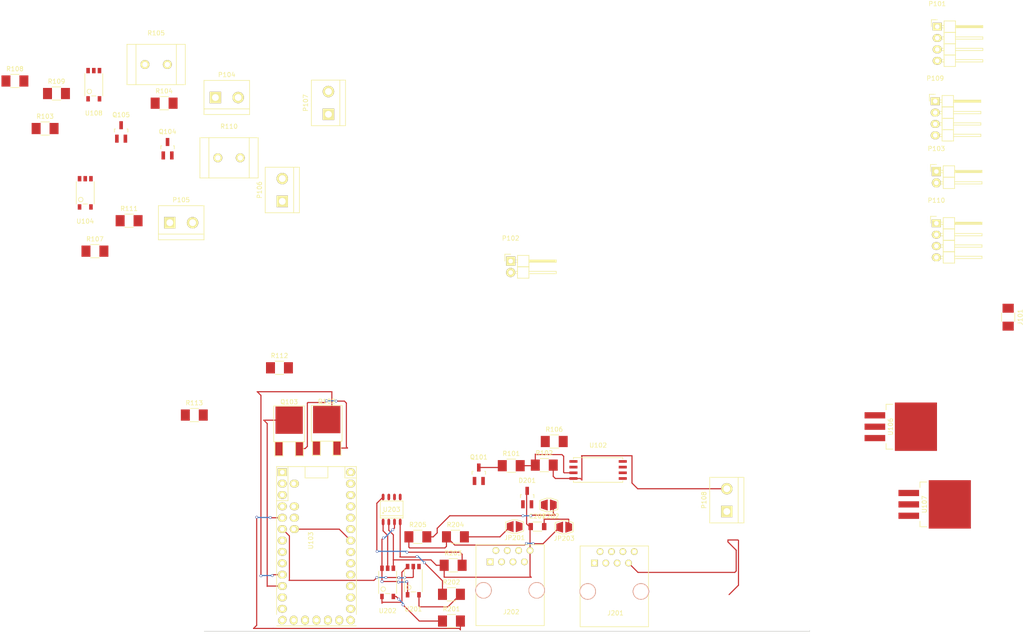
<source format=kicad_pcb>
(kicad_pcb (version 4) (host pcbnew 4.0.2+dfsg1-stable)

  (general
    (links 100)
    (no_connects 73)
    (area 64.123499 157.595499 199.274501 157.872501)
    (thickness 1.6)
    (drawings 3)
    (tracks 205)
    (zones 0)
    (modules 50)
    (nets 86)
  )

  (page A4)
  (layers
    (0 F.Cu signal)
    (31 B.Cu signal)
    (32 B.Adhes user)
    (33 F.Adhes user)
    (34 B.Paste user)
    (35 F.Paste user)
    (36 B.SilkS user)
    (37 F.SilkS user)
    (38 B.Mask user)
    (39 F.Mask user)
    (40 Dwgs.User user)
    (41 Cmts.User user)
    (42 Eco1.User user)
    (43 Eco2.User user)
    (44 Edge.Cuts user)
    (45 Margin user)
    (46 B.CrtYd user)
    (47 F.CrtYd user)
    (48 B.Fab user)
    (49 F.Fab user)
  )

  (setup
    (last_trace_width 0.25)
    (user_trace_width 0.5)
    (user_trace_width 0.6)
    (user_trace_width 1)
    (user_trace_width 1.2)
    (user_trace_width 2.5)
    (trace_clearance 0.2)
    (zone_clearance 0.508)
    (zone_45_only no)
    (trace_min 0.2)
    (segment_width 0.2)
    (edge_width 0.15)
    (via_size 0.6)
    (via_drill 0.4)
    (via_min_size 0.4)
    (via_min_drill 0.3)
    (user_via 0.7 0.5)
    (user_via 0.8 0.6)
    (uvia_size 0.3)
    (uvia_drill 0.1)
    (uvias_allowed no)
    (uvia_min_size 0.2)
    (uvia_min_drill 0.1)
    (pcb_text_width 0.3)
    (pcb_text_size 1.5 1.5)
    (mod_edge_width 0.15)
    (mod_text_size 1 1)
    (mod_text_width 0.15)
    (pad_size 1.524 1.524)
    (pad_drill 0.762)
    (pad_to_mask_clearance 0.2)
    (aux_axis_origin 0 0)
    (grid_origin 36.83 149.86)
    (visible_elements FFFFFF7F)
    (pcbplotparams
      (layerselection 0x00030_80000001)
      (usegerberextensions false)
      (excludeedgelayer true)
      (linewidth 0.100000)
      (plotframeref false)
      (viasonmask false)
      (mode 1)
      (useauxorigin false)
      (hpglpennumber 1)
      (hpglpenspeed 20)
      (hpglpendiameter 15)
      (hpglpenoverlay 2)
      (psnegative false)
      (psa4output false)
      (plotreference true)
      (plotvalue true)
      (plotinvisibletext false)
      (padsonsilk false)
      (subtractmaskfromsilk false)
      (outputformat 1)
      (mirror false)
      (drillshape 1)
      (scaleselection 1)
      (outputdirectory ""))
  )

  (net 0 "")
  (net 1 +12V)
  (net 2 GNDREF)
  (net 3 GNDA)
  (net 4 "Net-(C201-Pad2)")
  (net 5 /CANmodule/CAN_L)
  (net 6 /CANmodule/CAN_H)
  (net 7 "Net-(JP201-Pad1)")
  (net 8 "Net-(JP202-Pad2)")
  (net 9 "Net-(JP203-Pad1)")
  (net 10 "Net-(P106-Pad1)")
  (net 11 "Net-(P107-Pad1)")
  (net 12 "Net-(R101-Pad2)")
  (net 13 "Net-(R201-Pad1)")
  (net 14 "Net-(R202-Pad1)")
  (net 15 "Net-(R202-Pad2)")
  (net 16 "Net-(R203-Pad2)")
  (net 17 +5VA)
  (net 18 +3V3)
  (net 19 "Net-(U202-Pad5)")
  (net 20 "Net-(J201-Pad1)")
  (net 21 "Net-(J201-Pad2)")
  (net 22 "Net-(J201-Pad3)")
  (net 23 "Net-(J201-Pad6)")
  (net 24 "Net-(J202-Pad1)")
  (net 25 "Net-(J202-Pad2)")
  (net 26 "Net-(J202-Pad3)")
  (net 27 "Net-(J202-Pad6)")
  (net 28 /refrence)
  (net 29 /signals)
  (net 30 /c_m_L_n)
  (net 31 /c_m_L_p)
  (net 32 /c_m_H_n)
  (net 33 /c_m_H_p)
  (net 34 "Net-(P104-Pad1)")
  (net 35 "Net-(P104-Pad2)")
  (net 36 "Net-(P105-Pad1)")
  (net 37 "Net-(P105-Pad2)")
  (net 38 /HV+)
  (net 39 /HV-)
  (net 40 "Net-(Q101-Pad1)")
  (net 41 "Net-(Q101-Pad3)")
  (net 42 /CNT_H)
  (net 43 /CNT_L)
  (net 44 /CANmodule/CAN_TX)
  (net 45 /Bat_Vn)
  (net 46 /Bat_Vp)
  (net 47 "Net-(U103-Pad1)")
  (net 48 "Net-(U103-Pad2)")
  (net 49 "Net-(U103-Pad3)")
  (net 50 "Net-(U103-Pad4)")
  (net 51 /CANmodule/CAN_RX)
  (net 52 /dv_on)
  (net 53 "Net-(U103-Pad31)")
  (net 54 "Net-(U103-Pad30)")
  (net 55 "Net-(U103-Pad29)")
  (net 56 "Net-(U103-Pad32)")
  (net 57 "Net-(U103-Pad33)")
  (net 58 "Net-(U103-Pad15)")
  (net 59 "Net-(U103-Pad17)")
  (net 60 "Net-(U103-Pad26)")
  (net 61 "Net-(U103-Pad27)")
  (net 62 "Net-(U103-Pad28)")
  (net 63 "Net-(U103-Pad16)")
  (net 64 GND)
  (net 65 "Net-(U203-Pad5)")
  (net 66 "Net-(Q104-Pad1)")
  (net 67 "Net-(Q104-Pad2)")
  (net 68 "Net-(Q104-Pad3)")
  (net 69 "Net-(R103-Pad2)")
  (net 70 "Net-(U103-Pad7)")
  (net 71 /GND_Traction)
  (net 72 /5v_Traction)
  (net 73 "Net-(Q102-Pad2)")
  (net 74 "Net-(Q103-Pad2)")
  (net 75 "Net-(Q105-Pad1)")
  (net 76 "Net-(Q105-Pad2)")
  (net 77 "Net-(Q105-Pad3)")
  (net 78 "Net-(R106-Pad2)")
  (net 79 "Net-(R107-Pad1)")
  (net 80 /PrechargeH)
  (net 81 "Net-(R108-Pad2)")
  (net 82 /PrechargeL)
  (net 83 /Cont_rdy_L)
  (net 84 /Cont_rdy_H)
  (net 85 "Net-(R111-Pad2)")

  (net_class Default "This is the default net class."
    (clearance 0.2)
    (trace_width 0.25)
    (via_dia 0.6)
    (via_drill 0.4)
    (uvia_dia 0.3)
    (uvia_drill 0.1)
    (add_net +12V)
    (add_net +3V3)
    (add_net +5VA)
    (add_net /5v_Traction)
    (add_net /Bat_Vn)
    (add_net /Bat_Vp)
    (add_net /CANmodule/CAN_H)
    (add_net /CANmodule/CAN_L)
    (add_net /CANmodule/CAN_RX)
    (add_net /CANmodule/CAN_TX)
    (add_net /CNT_H)
    (add_net /CNT_L)
    (add_net /Cont_rdy_H)
    (add_net /Cont_rdy_L)
    (add_net /GND_Traction)
    (add_net /HV+)
    (add_net /HV-)
    (add_net /PrechargeH)
    (add_net /PrechargeL)
    (add_net /c_m_H_n)
    (add_net /c_m_H_p)
    (add_net /c_m_L_n)
    (add_net /c_m_L_p)
    (add_net /dv_on)
    (add_net /refrence)
    (add_net /signals)
    (add_net GND)
    (add_net GNDA)
    (add_net GNDREF)
    (add_net "Net-(C201-Pad2)")
    (add_net "Net-(J201-Pad1)")
    (add_net "Net-(J201-Pad2)")
    (add_net "Net-(J201-Pad3)")
    (add_net "Net-(J201-Pad6)")
    (add_net "Net-(J202-Pad1)")
    (add_net "Net-(J202-Pad2)")
    (add_net "Net-(J202-Pad3)")
    (add_net "Net-(J202-Pad6)")
    (add_net "Net-(JP201-Pad1)")
    (add_net "Net-(JP202-Pad2)")
    (add_net "Net-(JP203-Pad1)")
    (add_net "Net-(P104-Pad1)")
    (add_net "Net-(P104-Pad2)")
    (add_net "Net-(P105-Pad1)")
    (add_net "Net-(P105-Pad2)")
    (add_net "Net-(P106-Pad1)")
    (add_net "Net-(P107-Pad1)")
    (add_net "Net-(Q101-Pad1)")
    (add_net "Net-(Q101-Pad3)")
    (add_net "Net-(Q102-Pad2)")
    (add_net "Net-(Q103-Pad2)")
    (add_net "Net-(Q104-Pad1)")
    (add_net "Net-(Q104-Pad2)")
    (add_net "Net-(Q104-Pad3)")
    (add_net "Net-(Q105-Pad1)")
    (add_net "Net-(Q105-Pad2)")
    (add_net "Net-(Q105-Pad3)")
    (add_net "Net-(R101-Pad2)")
    (add_net "Net-(R103-Pad2)")
    (add_net "Net-(R106-Pad2)")
    (add_net "Net-(R107-Pad1)")
    (add_net "Net-(R108-Pad2)")
    (add_net "Net-(R111-Pad2)")
    (add_net "Net-(R201-Pad1)")
    (add_net "Net-(R202-Pad1)")
    (add_net "Net-(R202-Pad2)")
    (add_net "Net-(R203-Pad2)")
    (add_net "Net-(U103-Pad1)")
    (add_net "Net-(U103-Pad15)")
    (add_net "Net-(U103-Pad16)")
    (add_net "Net-(U103-Pad17)")
    (add_net "Net-(U103-Pad2)")
    (add_net "Net-(U103-Pad26)")
    (add_net "Net-(U103-Pad27)")
    (add_net "Net-(U103-Pad28)")
    (add_net "Net-(U103-Pad29)")
    (add_net "Net-(U103-Pad3)")
    (add_net "Net-(U103-Pad30)")
    (add_net "Net-(U103-Pad31)")
    (add_net "Net-(U103-Pad32)")
    (add_net "Net-(U103-Pad33)")
    (add_net "Net-(U103-Pad4)")
    (add_net "Net-(U103-Pad7)")
    (add_net "Net-(U202-Pad5)")
    (add_net "Net-(U203-Pad5)")
  )

  (module Capacitors_SMD:C_1206 (layer F.Cu) (tedit 5415D7BD) (tstamp 582AAC9C)
    (at 138.4935 134.4295)
    (descr "Capacitor SMD 1206, reflow soldering, AVX (see smccp.pdf)")
    (tags "capacitor 1206")
    (path /582A80B4/57FCAEE9)
    (attr smd)
    (fp_text reference C201 (at 0 -2.3) (layer F.SilkS)
      (effects (font (size 1 1) (thickness 0.15)))
    )
    (fp_text value 4.7nF (at 0 2.3) (layer F.Fab)
      (effects (font (size 1 1) (thickness 0.15)))
    )
    (fp_line (start -2.3 -1.15) (end 2.3 -1.15) (layer F.CrtYd) (width 0.05))
    (fp_line (start -2.3 1.15) (end 2.3 1.15) (layer F.CrtYd) (width 0.05))
    (fp_line (start -2.3 -1.15) (end -2.3 1.15) (layer F.CrtYd) (width 0.05))
    (fp_line (start 2.3 -1.15) (end 2.3 1.15) (layer F.CrtYd) (width 0.05))
    (fp_line (start 1 -1.025) (end -1 -1.025) (layer F.SilkS) (width 0.15))
    (fp_line (start -1 1.025) (end 1 1.025) (layer F.SilkS) (width 0.15))
    (pad 1 smd rect (at -1.5 0) (size 1 1.6) (layers F.Cu F.Paste F.Mask)
      (net 3 GNDA))
    (pad 2 smd rect (at 1.5 0) (size 1 1.6) (layers F.Cu F.Paste F.Mask)
      (net 4 "Net-(C201-Pad2)"))
    (model Capacitors_SMD.3dshapes/C_1206.wrl
      (at (xyz 0 0 0))
      (scale (xyz 1 1 1))
      (rotate (xyz 0 0 0))
    )
  )

  (module TO_SOT_Packages_SMD:SOT-23_Handsoldering (layer F.Cu) (tedit 54E9291B) (tstamp 582AACA3)
    (at 136.2075 127.9525)
    (descr "SOT-23, Handsoldering")
    (tags SOT-23)
    (path /582A80B4/57FCAEFA)
    (attr smd)
    (fp_text reference D201 (at 0 -3.81) (layer F.SilkS)
      (effects (font (size 1 1) (thickness 0.15)))
    )
    (fp_text value PESD1CAN (at 0 3.81) (layer F.Fab)
      (effects (font (size 1 1) (thickness 0.15)))
    )
    (fp_line (start -1.49982 0.0508) (end -1.49982 -0.65024) (layer F.SilkS) (width 0.15))
    (fp_line (start -1.49982 -0.65024) (end -1.2509 -0.65024) (layer F.SilkS) (width 0.15))
    (fp_line (start 1.29916 -0.65024) (end 1.49982 -0.65024) (layer F.SilkS) (width 0.15))
    (fp_line (start 1.49982 -0.65024) (end 1.49982 0.0508) (layer F.SilkS) (width 0.15))
    (pad 1 smd rect (at -0.95 1.50114) (size 0.8001 1.80086) (layers F.Cu F.Paste F.Mask)
      (net 5 /CANmodule/CAN_L))
    (pad 2 smd rect (at 0.95 1.50114) (size 0.8001 1.80086) (layers F.Cu F.Paste F.Mask)
      (net 6 /CANmodule/CAN_H))
    (pad 3 smd rect (at 0 -1.50114) (size 0.8001 1.80086) (layers F.Cu F.Paste F.Mask)
      (net 3 GNDA))
    (model TO_SOT_Packages_SMD.3dshapes/SOT-23_Handsoldering.wrl
      (at (xyz 0 0 0))
      (scale (xyz 1 1 1))
      (rotate (xyz 0 0 0))
    )
  )

  (module Connect:RJ45_8 (layer F.Cu) (tedit 0) (tstamp 582AACB1)
    (at 155.6385 148.9075)
    (tags RJ45)
    (path /582A80B4/582DC5CA)
    (fp_text reference J201 (at 0.254 4.826) (layer F.SilkS)
      (effects (font (size 1 1) (thickness 0.15)))
    )
    (fp_text value RJ45 (at 0.14224 -0.1016) (layer F.Fab)
      (effects (font (size 1 1) (thickness 0.15)))
    )
    (fp_line (start -7.62 7.874) (end 7.62 7.874) (layer F.SilkS) (width 0.15))
    (fp_line (start 7.62 7.874) (end 7.62 -10.16) (layer F.SilkS) (width 0.15))
    (fp_line (start 7.62 -10.16) (end -7.62 -10.16) (layer F.SilkS) (width 0.15))
    (fp_line (start -7.62 -10.16) (end -7.62 7.874) (layer F.SilkS) (width 0.15))
    (pad Hole np_thru_hole circle (at 5.93852 0) (size 3.64998 3.64998) (drill 3.2512) (layers *.Cu *.SilkS *.Mask))
    (pad Hole np_thru_hole circle (at -5.9309 0) (size 3.64998 3.64998) (drill 3.2512) (layers *.Cu *.SilkS *.Mask))
    (pad 1 thru_hole rect (at -4.445 -6.35) (size 1.50114 1.50114) (drill 0.89916) (layers *.Cu *.Mask F.SilkS)
      (net 20 "Net-(J201-Pad1)"))
    (pad 2 thru_hole circle (at -3.175 -8.89) (size 1.50114 1.50114) (drill 0.89916) (layers *.Cu *.Mask F.SilkS)
      (net 21 "Net-(J201-Pad2)"))
    (pad 3 thru_hole circle (at -1.905 -6.35) (size 1.50114 1.50114) (drill 0.89916) (layers *.Cu *.Mask F.SilkS)
      (net 22 "Net-(J201-Pad3)"))
    (pad 4 thru_hole circle (at -0.635 -8.89) (size 1.50114 1.50114) (drill 0.89916) (layers *.Cu *.Mask F.SilkS)
      (net 6 /CANmodule/CAN_H))
    (pad 5 thru_hole circle (at 0.635 -6.35) (size 1.50114 1.50114) (drill 0.89916) (layers *.Cu *.Mask F.SilkS)
      (net 5 /CANmodule/CAN_L))
    (pad 6 thru_hole circle (at 1.905 -8.89) (size 1.50114 1.50114) (drill 0.89916) (layers *.Cu *.Mask F.SilkS)
      (net 23 "Net-(J201-Pad6)"))
    (pad 7 thru_hole circle (at 3.175 -6.35) (size 1.50114 1.50114) (drill 0.89916) (layers *.Cu *.Mask F.SilkS)
      (net 1 +12V))
    (pad 8 thru_hole circle (at 4.445 -8.89) (size 1.50114 1.50114) (drill 0.89916) (layers *.Cu *.Mask F.SilkS)
      (net 3 GNDA))
    (model Connect.3dshapes/RJ45_8.wrl
      (at (xyz 0 0 0))
      (scale (xyz 0.4 0.4 0.4))
      (rotate (xyz 0 0 0))
    )
  )

  (module Connect:RJ45_8 (layer F.Cu) (tedit 0) (tstamp 582AACBF)
    (at 132.3975 148.6535)
    (tags RJ45)
    (path /582A80B4/582DA582)
    (fp_text reference J202 (at 0.254 4.826) (layer F.SilkS)
      (effects (font (size 1 1) (thickness 0.15)))
    )
    (fp_text value RJ45 (at 0.14224 -0.1016) (layer F.Fab)
      (effects (font (size 1 1) (thickness 0.15)))
    )
    (fp_line (start -7.62 7.874) (end 7.62 7.874) (layer F.SilkS) (width 0.15))
    (fp_line (start 7.62 7.874) (end 7.62 -10.16) (layer F.SilkS) (width 0.15))
    (fp_line (start 7.62 -10.16) (end -7.62 -10.16) (layer F.SilkS) (width 0.15))
    (fp_line (start -7.62 -10.16) (end -7.62 7.874) (layer F.SilkS) (width 0.15))
    (pad Hole np_thru_hole circle (at 5.93852 0) (size 3.64998 3.64998) (drill 3.2512) (layers *.Cu *.SilkS *.Mask))
    (pad Hole np_thru_hole circle (at -5.9309 0) (size 3.64998 3.64998) (drill 3.2512) (layers *.Cu *.SilkS *.Mask))
    (pad 1 thru_hole rect (at -4.445 -6.35) (size 1.50114 1.50114) (drill 0.89916) (layers *.Cu *.Mask F.SilkS)
      (net 24 "Net-(J202-Pad1)"))
    (pad 2 thru_hole circle (at -3.175 -8.89) (size 1.50114 1.50114) (drill 0.89916) (layers *.Cu *.Mask F.SilkS)
      (net 25 "Net-(J202-Pad2)"))
    (pad 3 thru_hole circle (at -1.905 -6.35) (size 1.50114 1.50114) (drill 0.89916) (layers *.Cu *.Mask F.SilkS)
      (net 26 "Net-(J202-Pad3)"))
    (pad 4 thru_hole circle (at -0.635 -8.89) (size 1.50114 1.50114) (drill 0.89916) (layers *.Cu *.Mask F.SilkS)
      (net 6 /CANmodule/CAN_H))
    (pad 5 thru_hole circle (at 0.635 -6.35) (size 1.50114 1.50114) (drill 0.89916) (layers *.Cu *.Mask F.SilkS)
      (net 5 /CANmodule/CAN_L))
    (pad 6 thru_hole circle (at 1.905 -8.89) (size 1.50114 1.50114) (drill 0.89916) (layers *.Cu *.Mask F.SilkS)
      (net 27 "Net-(J202-Pad6)"))
    (pad 7 thru_hole circle (at 3.175 -6.35) (size 1.50114 1.50114) (drill 0.89916) (layers *.Cu *.Mask F.SilkS)
      (net 1 +12V))
    (pad 8 thru_hole circle (at 4.445 -8.89) (size 1.50114 1.50114) (drill 0.89916) (layers *.Cu *.Mask F.SilkS)
      (net 3 GNDA))
    (model Connect.3dshapes/RJ45_8.wrl
      (at (xyz 0 0 0))
      (scale (xyz 0.4 0.4 0.4))
      (rotate (xyz 0 0 0))
    )
  )

  (module electric_car_lib:JumperSingle (layer F.Cu) (tedit 56EF7EDC) (tstamp 582AACC5)
    (at 133.4135 134.4295)
    (path /582A80B4/57FCAEF3)
    (fp_text reference JP201 (at 0 2.5) (layer F.SilkS)
      (effects (font (size 1 1) (thickness 0.15)))
    )
    (fp_text value Terminate (at 0 -2.5) (layer F.Fab)
      (effects (font (size 1 1) (thickness 0.15)))
    )
    (fp_line (start -0.5 -1.5) (end 0.5 -1.5) (layer F.SilkS) (width 0.15))
    (fp_line (start 0.5 -1.5) (end 2 -1) (layer F.SilkS) (width 0.15))
    (fp_line (start 2 -1) (end 2 1) (layer F.SilkS) (width 0.15))
    (fp_line (start 2 1) (end 0.5 1.5) (layer F.SilkS) (width 0.15))
    (fp_line (start 0.5 1.5) (end -0.5 1.5) (layer F.SilkS) (width 0.15))
    (fp_line (start -0.5 1.5) (end -2 1) (layer F.SilkS) (width 0.15))
    (fp_line (start -2 1) (end -2 -1) (layer F.SilkS) (width 0.15))
    (fp_line (start -2 -1) (end -0.5 -1.5) (layer F.SilkS) (width 0.15))
    (pad 1 smd trapezoid (at -1 0) (size 1.5 2) (rect_delta -0.5 0 ) (layers F.Cu F.Paste F.Mask)
      (net 7 "Net-(JP201-Pad1)"))
    (pad 2 smd trapezoid (at 1 0) (size 1.5 2) (rect_delta 0.5 0 ) (layers F.Cu F.Paste F.Mask)
      (net 5 /CANmodule/CAN_L))
  )

  (module electric_car_lib:JumperSingle (layer F.Cu) (tedit 56EF7EDC) (tstamp 582AACCB)
    (at 141.0335 129.6035)
    (path /582A80B4/57FCAEF4)
    (fp_text reference JP202 (at 0 2.5) (layer F.SilkS)
      (effects (font (size 1 1) (thickness 0.15)))
    )
    (fp_text value Terminate (at 0 -2.5) (layer F.Fab)
      (effects (font (size 1 1) (thickness 0.15)))
    )
    (fp_line (start -0.5 -1.5) (end 0.5 -1.5) (layer F.SilkS) (width 0.15))
    (fp_line (start 0.5 -1.5) (end 2 -1) (layer F.SilkS) (width 0.15))
    (fp_line (start 2 -1) (end 2 1) (layer F.SilkS) (width 0.15))
    (fp_line (start 2 1) (end 0.5 1.5) (layer F.SilkS) (width 0.15))
    (fp_line (start 0.5 1.5) (end -0.5 1.5) (layer F.SilkS) (width 0.15))
    (fp_line (start -0.5 1.5) (end -2 1) (layer F.SilkS) (width 0.15))
    (fp_line (start -2 1) (end -2 -1) (layer F.SilkS) (width 0.15))
    (fp_line (start -2 -1) (end -0.5 -1.5) (layer F.SilkS) (width 0.15))
    (pad 1 smd trapezoid (at -1 0) (size 1.5 2) (rect_delta -0.5 0 ) (layers F.Cu F.Paste F.Mask)
      (net 6 /CANmodule/CAN_H))
    (pad 2 smd trapezoid (at 1 0) (size 1.5 2) (rect_delta 0.5 0 ) (layers F.Cu F.Paste F.Mask)
      (net 8 "Net-(JP202-Pad2)"))
  )

  (module electric_car_lib:JumperSingle (layer F.Cu) (tedit 56EF7EDC) (tstamp 582AACD1)
    (at 144.4625 134.5565)
    (path /582A80B4/57FCAEF5)
    (fp_text reference JP203 (at 0 2.5) (layer F.SilkS)
      (effects (font (size 1 1) (thickness 0.15)))
    )
    (fp_text value Filter (at 0 -2.5) (layer F.Fab)
      (effects (font (size 1 1) (thickness 0.15)))
    )
    (fp_line (start -0.5 -1.5) (end 0.5 -1.5) (layer F.SilkS) (width 0.15))
    (fp_line (start 0.5 -1.5) (end 2 -1) (layer F.SilkS) (width 0.15))
    (fp_line (start 2 -1) (end 2 1) (layer F.SilkS) (width 0.15))
    (fp_line (start 2 1) (end 0.5 1.5) (layer F.SilkS) (width 0.15))
    (fp_line (start 0.5 1.5) (end -0.5 1.5) (layer F.SilkS) (width 0.15))
    (fp_line (start -0.5 1.5) (end -2 1) (layer F.SilkS) (width 0.15))
    (fp_line (start -2 1) (end -2 -1) (layer F.SilkS) (width 0.15))
    (fp_line (start -2 -1) (end -0.5 -1.5) (layer F.SilkS) (width 0.15))
    (pad 1 smd trapezoid (at -1 0) (size 1.5 2) (rect_delta -0.5 0 ) (layers F.Cu F.Paste F.Mask)
      (net 9 "Net-(JP203-Pad1)"))
    (pad 2 smd trapezoid (at 1 0) (size 1.5 2) (rect_delta 0.5 0 ) (layers F.Cu F.Paste F.Mask)
      (net 4 "Net-(C201-Pad2)"))
  )

  (module Pin_Headers:Pin_Header_Angled_1x04 (layer F.Cu) (tedit 0) (tstamp 582AACD9)
    (at 227.6475 22.86)
    (descr "Through hole pin header")
    (tags "pin header")
    (path /57FC851F)
    (fp_text reference P101 (at 0 -5.1) (layer F.SilkS)
      (effects (font (size 1 1) (thickness 0.15)))
    )
    (fp_text value "HALL EFFECT" (at 0 -3.1) (layer F.Fab)
      (effects (font (size 1 1) (thickness 0.15)))
    )
    (fp_line (start -1.5 -1.75) (end -1.5 9.4) (layer F.CrtYd) (width 0.05))
    (fp_line (start 10.65 -1.75) (end 10.65 9.4) (layer F.CrtYd) (width 0.05))
    (fp_line (start -1.5 -1.75) (end 10.65 -1.75) (layer F.CrtYd) (width 0.05))
    (fp_line (start -1.5 9.4) (end 10.65 9.4) (layer F.CrtYd) (width 0.05))
    (fp_line (start -1.3 -1.55) (end -1.3 0) (layer F.SilkS) (width 0.15))
    (fp_line (start 0 -1.55) (end -1.3 -1.55) (layer F.SilkS) (width 0.15))
    (fp_line (start 4.191 -0.127) (end 10.033 -0.127) (layer F.SilkS) (width 0.15))
    (fp_line (start 10.033 -0.127) (end 10.033 0.127) (layer F.SilkS) (width 0.15))
    (fp_line (start 10.033 0.127) (end 4.191 0.127) (layer F.SilkS) (width 0.15))
    (fp_line (start 4.191 0.127) (end 4.191 0) (layer F.SilkS) (width 0.15))
    (fp_line (start 4.191 0) (end 10.033 0) (layer F.SilkS) (width 0.15))
    (fp_line (start 1.524 -0.254) (end 1.143 -0.254) (layer F.SilkS) (width 0.15))
    (fp_line (start 1.524 0.254) (end 1.143 0.254) (layer F.SilkS) (width 0.15))
    (fp_line (start 1.524 2.286) (end 1.143 2.286) (layer F.SilkS) (width 0.15))
    (fp_line (start 1.524 2.794) (end 1.143 2.794) (layer F.SilkS) (width 0.15))
    (fp_line (start 1.524 4.826) (end 1.143 4.826) (layer F.SilkS) (width 0.15))
    (fp_line (start 1.524 5.334) (end 1.143 5.334) (layer F.SilkS) (width 0.15))
    (fp_line (start 1.524 7.874) (end 1.143 7.874) (layer F.SilkS) (width 0.15))
    (fp_line (start 1.524 7.366) (end 1.143 7.366) (layer F.SilkS) (width 0.15))
    (fp_line (start 1.524 -1.27) (end 4.064 -1.27) (layer F.SilkS) (width 0.15))
    (fp_line (start 1.524 1.27) (end 4.064 1.27) (layer F.SilkS) (width 0.15))
    (fp_line (start 1.524 1.27) (end 1.524 3.81) (layer F.SilkS) (width 0.15))
    (fp_line (start 1.524 3.81) (end 4.064 3.81) (layer F.SilkS) (width 0.15))
    (fp_line (start 4.064 2.286) (end 10.16 2.286) (layer F.SilkS) (width 0.15))
    (fp_line (start 10.16 2.286) (end 10.16 2.794) (layer F.SilkS) (width 0.15))
    (fp_line (start 10.16 2.794) (end 4.064 2.794) (layer F.SilkS) (width 0.15))
    (fp_line (start 4.064 3.81) (end 4.064 1.27) (layer F.SilkS) (width 0.15))
    (fp_line (start 4.064 1.27) (end 4.064 -1.27) (layer F.SilkS) (width 0.15))
    (fp_line (start 10.16 0.254) (end 4.064 0.254) (layer F.SilkS) (width 0.15))
    (fp_line (start 10.16 -0.254) (end 10.16 0.254) (layer F.SilkS) (width 0.15))
    (fp_line (start 4.064 -0.254) (end 10.16 -0.254) (layer F.SilkS) (width 0.15))
    (fp_line (start 1.524 1.27) (end 4.064 1.27) (layer F.SilkS) (width 0.15))
    (fp_line (start 1.524 -1.27) (end 1.524 1.27) (layer F.SilkS) (width 0.15))
    (fp_line (start 1.524 6.35) (end 4.064 6.35) (layer F.SilkS) (width 0.15))
    (fp_line (start 1.524 6.35) (end 1.524 8.89) (layer F.SilkS) (width 0.15))
    (fp_line (start 1.524 8.89) (end 4.064 8.89) (layer F.SilkS) (width 0.15))
    (fp_line (start 4.064 7.366) (end 10.16 7.366) (layer F.SilkS) (width 0.15))
    (fp_line (start 10.16 7.366) (end 10.16 7.874) (layer F.SilkS) (width 0.15))
    (fp_line (start 10.16 7.874) (end 4.064 7.874) (layer F.SilkS) (width 0.15))
    (fp_line (start 4.064 8.89) (end 4.064 6.35) (layer F.SilkS) (width 0.15))
    (fp_line (start 4.064 6.35) (end 4.064 3.81) (layer F.SilkS) (width 0.15))
    (fp_line (start 10.16 5.334) (end 4.064 5.334) (layer F.SilkS) (width 0.15))
    (fp_line (start 10.16 4.826) (end 10.16 5.334) (layer F.SilkS) (width 0.15))
    (fp_line (start 4.064 4.826) (end 10.16 4.826) (layer F.SilkS) (width 0.15))
    (fp_line (start 1.524 6.35) (end 4.064 6.35) (layer F.SilkS) (width 0.15))
    (fp_line (start 1.524 3.81) (end 1.524 6.35) (layer F.SilkS) (width 0.15))
    (fp_line (start 1.524 3.81) (end 4.064 3.81) (layer F.SilkS) (width 0.15))
    (pad 1 thru_hole rect (at 0 0) (size 2.032 1.7272) (drill 1.016) (layers *.Cu *.Mask F.SilkS)
      (net 18 +3V3))
    (pad 2 thru_hole oval (at 0 2.54) (size 2.032 1.7272) (drill 1.016) (layers *.Cu *.Mask F.SilkS)
      (net 64 GND))
    (pad 3 thru_hole oval (at 0 5.08) (size 2.032 1.7272) (drill 1.016) (layers *.Cu *.Mask F.SilkS)
      (net 28 /refrence))
    (pad 4 thru_hole oval (at 0 7.62) (size 2.032 1.7272) (drill 1.016) (layers *.Cu *.Mask F.SilkS)
      (net 29 /signals))
    (model Pin_Headers.3dshapes/Pin_Header_Angled_1x04.wrl
      (at (xyz 0 -0.15 0))
      (scale (xyz 1 1 1))
      (rotate (xyz 0 0 90))
    )
  )

  (module Pin_Headers:Pin_Header_Angled_1x02 (layer F.Cu) (tedit 0) (tstamp 582AACDF)
    (at 132.5245 75.184)
    (descr "Through hole pin header")
    (tags "pin header")
    (path /57FD4C12)
    (fp_text reference P102 (at 0 -5.1) (layer F.SilkS)
      (effects (font (size 1 1) (thickness 0.15)))
    )
    (fp_text value cellsL (at 0 -3.1) (layer F.Fab)
      (effects (font (size 1 1) (thickness 0.15)))
    )
    (fp_line (start -1.5 -1.75) (end -1.5 4.3) (layer F.CrtYd) (width 0.05))
    (fp_line (start 10.65 -1.75) (end 10.65 4.3) (layer F.CrtYd) (width 0.05))
    (fp_line (start -1.5 -1.75) (end 10.65 -1.75) (layer F.CrtYd) (width 0.05))
    (fp_line (start -1.5 4.3) (end 10.65 4.3) (layer F.CrtYd) (width 0.05))
    (fp_line (start -1.3 -1.55) (end -1.3 0) (layer F.SilkS) (width 0.15))
    (fp_line (start 0 -1.55) (end -1.3 -1.55) (layer F.SilkS) (width 0.15))
    (fp_line (start 4.191 -0.127) (end 10.033 -0.127) (layer F.SilkS) (width 0.15))
    (fp_line (start 10.033 -0.127) (end 10.033 0.127) (layer F.SilkS) (width 0.15))
    (fp_line (start 10.033 0.127) (end 4.191 0.127) (layer F.SilkS) (width 0.15))
    (fp_line (start 4.191 0.127) (end 4.191 0) (layer F.SilkS) (width 0.15))
    (fp_line (start 4.191 0) (end 10.033 0) (layer F.SilkS) (width 0.15))
    (fp_line (start 1.524 -0.254) (end 1.143 -0.254) (layer F.SilkS) (width 0.15))
    (fp_line (start 1.524 0.254) (end 1.143 0.254) (layer F.SilkS) (width 0.15))
    (fp_line (start 1.524 2.286) (end 1.143 2.286) (layer F.SilkS) (width 0.15))
    (fp_line (start 1.524 2.794) (end 1.143 2.794) (layer F.SilkS) (width 0.15))
    (fp_line (start 1.524 -1.27) (end 4.064 -1.27) (layer F.SilkS) (width 0.15))
    (fp_line (start 1.524 1.27) (end 4.064 1.27) (layer F.SilkS) (width 0.15))
    (fp_line (start 1.524 1.27) (end 1.524 3.81) (layer F.SilkS) (width 0.15))
    (fp_line (start 1.524 3.81) (end 4.064 3.81) (layer F.SilkS) (width 0.15))
    (fp_line (start 4.064 2.286) (end 10.16 2.286) (layer F.SilkS) (width 0.15))
    (fp_line (start 10.16 2.286) (end 10.16 2.794) (layer F.SilkS) (width 0.15))
    (fp_line (start 10.16 2.794) (end 4.064 2.794) (layer F.SilkS) (width 0.15))
    (fp_line (start 4.064 3.81) (end 4.064 1.27) (layer F.SilkS) (width 0.15))
    (fp_line (start 4.064 1.27) (end 4.064 -1.27) (layer F.SilkS) (width 0.15))
    (fp_line (start 10.16 0.254) (end 4.064 0.254) (layer F.SilkS) (width 0.15))
    (fp_line (start 10.16 -0.254) (end 10.16 0.254) (layer F.SilkS) (width 0.15))
    (fp_line (start 4.064 -0.254) (end 10.16 -0.254) (layer F.SilkS) (width 0.15))
    (fp_line (start 1.524 1.27) (end 4.064 1.27) (layer F.SilkS) (width 0.15))
    (fp_line (start 1.524 -1.27) (end 1.524 1.27) (layer F.SilkS) (width 0.15))
    (pad 1 thru_hole rect (at 0 0) (size 2.032 2.032) (drill 1.016) (layers *.Cu *.Mask F.SilkS)
      (net 30 /c_m_L_n))
    (pad 2 thru_hole oval (at 0 2.54) (size 2.032 2.032) (drill 1.016) (layers *.Cu *.Mask F.SilkS)
      (net 31 /c_m_L_p))
    (model Pin_Headers.3dshapes/Pin_Header_Angled_1x02.wrl
      (at (xyz 0 -0.05 0))
      (scale (xyz 1 1 1))
      (rotate (xyz 0 0 90))
    )
  )

  (module Pin_Headers:Pin_Header_Angled_1x02 (layer F.Cu) (tedit 0) (tstamp 582AACE5)
    (at 227.457 55.1815)
    (descr "Through hole pin header")
    (tags "pin header")
    (path /57FD4B7A)
    (fp_text reference P103 (at 0 -5.1) (layer F.SilkS)
      (effects (font (size 1 1) (thickness 0.15)))
    )
    (fp_text value cellsH (at 0 -3.1) (layer F.Fab)
      (effects (font (size 1 1) (thickness 0.15)))
    )
    (fp_line (start -1.5 -1.75) (end -1.5 4.3) (layer F.CrtYd) (width 0.05))
    (fp_line (start 10.65 -1.75) (end 10.65 4.3) (layer F.CrtYd) (width 0.05))
    (fp_line (start -1.5 -1.75) (end 10.65 -1.75) (layer F.CrtYd) (width 0.05))
    (fp_line (start -1.5 4.3) (end 10.65 4.3) (layer F.CrtYd) (width 0.05))
    (fp_line (start -1.3 -1.55) (end -1.3 0) (layer F.SilkS) (width 0.15))
    (fp_line (start 0 -1.55) (end -1.3 -1.55) (layer F.SilkS) (width 0.15))
    (fp_line (start 4.191 -0.127) (end 10.033 -0.127) (layer F.SilkS) (width 0.15))
    (fp_line (start 10.033 -0.127) (end 10.033 0.127) (layer F.SilkS) (width 0.15))
    (fp_line (start 10.033 0.127) (end 4.191 0.127) (layer F.SilkS) (width 0.15))
    (fp_line (start 4.191 0.127) (end 4.191 0) (layer F.SilkS) (width 0.15))
    (fp_line (start 4.191 0) (end 10.033 0) (layer F.SilkS) (width 0.15))
    (fp_line (start 1.524 -0.254) (end 1.143 -0.254) (layer F.SilkS) (width 0.15))
    (fp_line (start 1.524 0.254) (end 1.143 0.254) (layer F.SilkS) (width 0.15))
    (fp_line (start 1.524 2.286) (end 1.143 2.286) (layer F.SilkS) (width 0.15))
    (fp_line (start 1.524 2.794) (end 1.143 2.794) (layer F.SilkS) (width 0.15))
    (fp_line (start 1.524 -1.27) (end 4.064 -1.27) (layer F.SilkS) (width 0.15))
    (fp_line (start 1.524 1.27) (end 4.064 1.27) (layer F.SilkS) (width 0.15))
    (fp_line (start 1.524 1.27) (end 1.524 3.81) (layer F.SilkS) (width 0.15))
    (fp_line (start 1.524 3.81) (end 4.064 3.81) (layer F.SilkS) (width 0.15))
    (fp_line (start 4.064 2.286) (end 10.16 2.286) (layer F.SilkS) (width 0.15))
    (fp_line (start 10.16 2.286) (end 10.16 2.794) (layer F.SilkS) (width 0.15))
    (fp_line (start 10.16 2.794) (end 4.064 2.794) (layer F.SilkS) (width 0.15))
    (fp_line (start 4.064 3.81) (end 4.064 1.27) (layer F.SilkS) (width 0.15))
    (fp_line (start 4.064 1.27) (end 4.064 -1.27) (layer F.SilkS) (width 0.15))
    (fp_line (start 10.16 0.254) (end 4.064 0.254) (layer F.SilkS) (width 0.15))
    (fp_line (start 10.16 -0.254) (end 10.16 0.254) (layer F.SilkS) (width 0.15))
    (fp_line (start 4.064 -0.254) (end 10.16 -0.254) (layer F.SilkS) (width 0.15))
    (fp_line (start 1.524 1.27) (end 4.064 1.27) (layer F.SilkS) (width 0.15))
    (fp_line (start 1.524 -1.27) (end 1.524 1.27) (layer F.SilkS) (width 0.15))
    (pad 1 thru_hole rect (at 0 0) (size 2.032 2.032) (drill 1.016) (layers *.Cu *.Mask F.SilkS)
      (net 32 /c_m_H_n))
    (pad 2 thru_hole oval (at 0 2.54) (size 2.032 2.032) (drill 1.016) (layers *.Cu *.Mask F.SilkS)
      (net 33 /c_m_H_p))
    (model Pin_Headers.3dshapes/Pin_Header_Angled_1x02.wrl
      (at (xyz 0 -0.05 0))
      (scale (xyz 1 1 1))
      (rotate (xyz 0 0 90))
    )
  )

  (module Connect:bornier2 (layer F.Cu) (tedit 0) (tstamp 582AACEB)
    (at 69.215 38.6715)
    (descr "Bornier d'alimentation 2 pins")
    (tags DEV)
    (path /582A7B5F)
    (fp_text reference P104 (at 0 -5.08) (layer F.SilkS)
      (effects (font (size 1 1) (thickness 0.15)))
    )
    (fp_text value CONT_H_mon (at 0 5.08) (layer F.Fab)
      (effects (font (size 1 1) (thickness 0.15)))
    )
    (fp_line (start 5.08 2.54) (end -5.08 2.54) (layer F.SilkS) (width 0.15))
    (fp_line (start 5.08 3.81) (end 5.08 -3.81) (layer F.SilkS) (width 0.15))
    (fp_line (start 5.08 -3.81) (end -5.08 -3.81) (layer F.SilkS) (width 0.15))
    (fp_line (start -5.08 -3.81) (end -5.08 3.81) (layer F.SilkS) (width 0.15))
    (fp_line (start -5.08 3.81) (end 5.08 3.81) (layer F.SilkS) (width 0.15))
    (pad 1 thru_hole rect (at -2.54 0) (size 2.54 2.54) (drill 1.524) (layers *.Cu *.Mask F.SilkS)
      (net 34 "Net-(P104-Pad1)"))
    (pad 2 thru_hole circle (at 2.54 0) (size 2.54 2.54) (drill 1.524) (layers *.Cu *.Mask F.SilkS)
      (net 35 "Net-(P104-Pad2)"))
    (model Connect.3dshapes/bornier2.wrl
      (at (xyz 0 0 0))
      (scale (xyz 1 1 1))
      (rotate (xyz 0 0 0))
    )
  )

  (module Connect:bornier2 (layer F.Cu) (tedit 0) (tstamp 582AACF1)
    (at 59.055 66.6115)
    (descr "Bornier d'alimentation 2 pins")
    (tags DEV)
    (path /582A7BD5)
    (fp_text reference P105 (at 0 -5.08) (layer F.SilkS)
      (effects (font (size 1 1) (thickness 0.15)))
    )
    (fp_text value CONT_L_mon (at 0 5.08) (layer F.Fab)
      (effects (font (size 1 1) (thickness 0.15)))
    )
    (fp_line (start 5.08 2.54) (end -5.08 2.54) (layer F.SilkS) (width 0.15))
    (fp_line (start 5.08 3.81) (end 5.08 -3.81) (layer F.SilkS) (width 0.15))
    (fp_line (start 5.08 -3.81) (end -5.08 -3.81) (layer F.SilkS) (width 0.15))
    (fp_line (start -5.08 -3.81) (end -5.08 3.81) (layer F.SilkS) (width 0.15))
    (fp_line (start -5.08 3.81) (end 5.08 3.81) (layer F.SilkS) (width 0.15))
    (pad 1 thru_hole rect (at -2.54 0) (size 2.54 2.54) (drill 1.524) (layers *.Cu *.Mask F.SilkS)
      (net 36 "Net-(P105-Pad1)"))
    (pad 2 thru_hole circle (at 2.54 0) (size 2.54 2.54) (drill 1.524) (layers *.Cu *.Mask F.SilkS)
      (net 37 "Net-(P105-Pad2)"))
    (model Connect.3dshapes/bornier2.wrl
      (at (xyz 0 0 0))
      (scale (xyz 1 1 1))
      (rotate (xyz 0 0 0))
    )
  )

  (module Connect:bornier2 (layer F.Cu) (tedit 0) (tstamp 582AACF7)
    (at 81.5975 59.309 90)
    (descr "Bornier d'alimentation 2 pins")
    (tags DEV)
    (path /57FD399B)
    (fp_text reference P106 (at 0 -5.08 90) (layer F.SilkS)
      (effects (font (size 1 1) (thickness 0.15)))
    )
    (fp_text value CONT_H (at 0 5.08 90) (layer F.Fab)
      (effects (font (size 1 1) (thickness 0.15)))
    )
    (fp_line (start 5.08 2.54) (end -5.08 2.54) (layer F.SilkS) (width 0.15))
    (fp_line (start 5.08 3.81) (end 5.08 -3.81) (layer F.SilkS) (width 0.15))
    (fp_line (start 5.08 -3.81) (end -5.08 -3.81) (layer F.SilkS) (width 0.15))
    (fp_line (start -5.08 -3.81) (end -5.08 3.81) (layer F.SilkS) (width 0.15))
    (fp_line (start -5.08 3.81) (end 5.08 3.81) (layer F.SilkS) (width 0.15))
    (pad 1 thru_hole rect (at -2.54 0 90) (size 2.54 2.54) (drill 1.524) (layers *.Cu *.Mask F.SilkS)
      (net 10 "Net-(P106-Pad1)"))
    (pad 2 thru_hole circle (at 2.54 0 90) (size 2.54 2.54) (drill 1.524) (layers *.Cu *.Mask F.SilkS)
      (net 1 +12V))
    (model Connect.3dshapes/bornier2.wrl
      (at (xyz 0 0 0))
      (scale (xyz 1 1 1))
      (rotate (xyz 0 0 0))
    )
  )

  (module Connect:bornier2 (layer F.Cu) (tedit 0) (tstamp 582AACFD)
    (at 91.8845 39.878 90)
    (descr "Bornier d'alimentation 2 pins")
    (tags DEV)
    (path /57FD4357)
    (fp_text reference P107 (at 0 -5.08 90) (layer F.SilkS)
      (effects (font (size 1 1) (thickness 0.15)))
    )
    (fp_text value CONT_L (at 0 5.08 90) (layer F.Fab)
      (effects (font (size 1 1) (thickness 0.15)))
    )
    (fp_line (start 5.08 2.54) (end -5.08 2.54) (layer F.SilkS) (width 0.15))
    (fp_line (start 5.08 3.81) (end 5.08 -3.81) (layer F.SilkS) (width 0.15))
    (fp_line (start 5.08 -3.81) (end -5.08 -3.81) (layer F.SilkS) (width 0.15))
    (fp_line (start -5.08 -3.81) (end -5.08 3.81) (layer F.SilkS) (width 0.15))
    (fp_line (start -5.08 3.81) (end 5.08 3.81) (layer F.SilkS) (width 0.15))
    (pad 1 thru_hole rect (at -2.54 0 90) (size 2.54 2.54) (drill 1.524) (layers *.Cu *.Mask F.SilkS)
      (net 11 "Net-(P107-Pad1)"))
    (pad 2 thru_hole circle (at 2.54 0 90) (size 2.54 2.54) (drill 1.524) (layers *.Cu *.Mask F.SilkS)
      (net 1 +12V))
    (model Connect.3dshapes/bornier2.wrl
      (at (xyz 0 0 0))
      (scale (xyz 1 1 1))
      (rotate (xyz 0 0 0))
    )
  )

  (module TO_SOT_Packages_SMD:SOT-23_Handsoldering (layer F.Cu) (tedit 54E9291B) (tstamp 582AAD04)
    (at 125.4125 122.7455)
    (descr "SOT-23, Handsoldering")
    (tags SOT-23)
    (path /580F386C)
    (attr smd)
    (fp_text reference Q101 (at 0 -3.81) (layer F.SilkS)
      (effects (font (size 1 1) (thickness 0.15)))
    )
    (fp_text value Q_NPN_BCE (at 0 3.81) (layer F.Fab)
      (effects (font (size 1 1) (thickness 0.15)))
    )
    (fp_line (start -1.49982 0.0508) (end -1.49982 -0.65024) (layer F.SilkS) (width 0.15))
    (fp_line (start -1.49982 -0.65024) (end -1.2509 -0.65024) (layer F.SilkS) (width 0.15))
    (fp_line (start 1.29916 -0.65024) (end 1.49982 -0.65024) (layer F.SilkS) (width 0.15))
    (fp_line (start 1.49982 -0.65024) (end 1.49982 0.0508) (layer F.SilkS) (width 0.15))
    (pad 1 smd rect (at -0.95 1.50114) (size 0.8001 1.80086) (layers F.Cu F.Paste F.Mask)
      (net 40 "Net-(Q101-Pad1)"))
    (pad 2 smd rect (at 0.95 1.50114) (size 0.8001 1.80086) (layers F.Cu F.Paste F.Mask)
      (net 38 /HV+))
    (pad 3 smd rect (at 0 -1.50114) (size 0.8001 1.80086) (layers F.Cu F.Paste F.Mask)
      (net 41 "Net-(Q101-Pad3)"))
    (model TO_SOT_Packages_SMD.3dshapes/SOT-23_Handsoldering.wrl
      (at (xyz 0 0 0))
      (scale (xyz 1 1 1))
      (rotate (xyz 0 0 0))
    )
  )

  (module TO_SOT_Packages_SMD:TO-252-2Lead (layer F.Cu) (tedit 0) (tstamp 582AAD0B)
    (at 91.5035 116.9035)
    (descr "DPAK / TO-252 2-lead smd package")
    (tags "dpak TO-252")
    (path /57FCE6EE)
    (attr smd)
    (fp_text reference Q102 (at 0 -10.414) (layer F.SilkS)
      (effects (font (size 1 1) (thickness 0.15)))
    )
    (fp_text value Q_NMOS_DGS (at 0 -2.413) (layer F.Fab)
      (effects (font (size 1 1) (thickness 0.15)))
    )
    (fp_line (start 1.397 -1.524) (end 1.397 1.651) (layer F.SilkS) (width 0.15))
    (fp_line (start 1.397 1.651) (end 3.175 1.651) (layer F.SilkS) (width 0.15))
    (fp_line (start 3.175 1.651) (end 3.175 -1.524) (layer F.SilkS) (width 0.15))
    (fp_line (start -3.175 -1.524) (end -3.175 1.651) (layer F.SilkS) (width 0.15))
    (fp_line (start -3.175 1.651) (end -1.397 1.651) (layer F.SilkS) (width 0.15))
    (fp_line (start -1.397 1.651) (end -1.397 -1.524) (layer F.SilkS) (width 0.15))
    (fp_line (start 3.429 -7.62) (end 3.429 -1.524) (layer F.SilkS) (width 0.15))
    (fp_line (start 3.429 -1.524) (end -3.429 -1.524) (layer F.SilkS) (width 0.15))
    (fp_line (start -3.429 -1.524) (end -3.429 -9.398) (layer F.SilkS) (width 0.15))
    (fp_line (start -3.429 -9.525) (end 3.429 -9.525) (layer F.SilkS) (width 0.15))
    (fp_line (start 3.429 -9.398) (end 3.429 -7.62) (layer F.SilkS) (width 0.15))
    (pad 1 smd rect (at -2.286 0) (size 1.651 3.048) (layers F.Cu F.Paste F.Mask)
      (net 10 "Net-(P106-Pad1)"))
    (pad 2 smd rect (at 0 -6.35) (size 6.096 6.096) (layers F.Cu F.Paste F.Mask)
      (net 73 "Net-(Q102-Pad2)"))
    (pad 3 smd rect (at 2.286 0) (size 1.651 3.048) (layers F.Cu F.Paste F.Mask)
      (net 2 GNDREF))
    (model TO_SOT_Packages_SMD.3dshapes/TO-252-2Lead.wrl
      (at (xyz 0 0 0))
      (scale (xyz 1 1 1))
      (rotate (xyz 0 0 0))
    )
  )

  (module TO_SOT_Packages_SMD:TO-252-2Lead (layer F.Cu) (tedit 0) (tstamp 582AAD12)
    (at 83.1215 117.0305)
    (descr "DPAK / TO-252 2-lead smd package")
    (tags "dpak TO-252")
    (path /57FD434A)
    (attr smd)
    (fp_text reference Q103 (at 0 -10.414) (layer F.SilkS)
      (effects (font (size 1 1) (thickness 0.15)))
    )
    (fp_text value Q_NMOS_DGS (at 0 -2.413) (layer F.Fab)
      (effects (font (size 1 1) (thickness 0.15)))
    )
    (fp_line (start 1.397 -1.524) (end 1.397 1.651) (layer F.SilkS) (width 0.15))
    (fp_line (start 1.397 1.651) (end 3.175 1.651) (layer F.SilkS) (width 0.15))
    (fp_line (start 3.175 1.651) (end 3.175 -1.524) (layer F.SilkS) (width 0.15))
    (fp_line (start -3.175 -1.524) (end -3.175 1.651) (layer F.SilkS) (width 0.15))
    (fp_line (start -3.175 1.651) (end -1.397 1.651) (layer F.SilkS) (width 0.15))
    (fp_line (start -1.397 1.651) (end -1.397 -1.524) (layer F.SilkS) (width 0.15))
    (fp_line (start 3.429 -7.62) (end 3.429 -1.524) (layer F.SilkS) (width 0.15))
    (fp_line (start 3.429 -1.524) (end -3.429 -1.524) (layer F.SilkS) (width 0.15))
    (fp_line (start -3.429 -1.524) (end -3.429 -9.398) (layer F.SilkS) (width 0.15))
    (fp_line (start -3.429 -9.525) (end 3.429 -9.525) (layer F.SilkS) (width 0.15))
    (fp_line (start 3.429 -9.398) (end 3.429 -7.62) (layer F.SilkS) (width 0.15))
    (pad 1 smd rect (at -2.286 0) (size 1.651 3.048) (layers F.Cu F.Paste F.Mask)
      (net 11 "Net-(P107-Pad1)"))
    (pad 2 smd rect (at 0 -6.35) (size 6.096 6.096) (layers F.Cu F.Paste F.Mask)
      (net 74 "Net-(Q103-Pad2)"))
    (pad 3 smd rect (at 2.286 0) (size 1.651 3.048) (layers F.Cu F.Paste F.Mask)
      (net 2 GNDREF))
    (model TO_SOT_Packages_SMD.3dshapes/TO-252-2Lead.wrl
      (at (xyz 0 0 0))
      (scale (xyz 1 1 1))
      (rotate (xyz 0 0 0))
    )
  )

  (module Resistors_SMD:R_1210_HandSoldering (layer F.Cu) (tedit 5418A32D) (tstamp 582AAD18)
    (at 132.6515 120.8405)
    (descr "Resistor SMD 1210, hand soldering")
    (tags "resistor 1210")
    (path /57FC8843)
    (attr smd)
    (fp_text reference R101 (at 0 -2.7) (layer F.SilkS)
      (effects (font (size 1 1) (thickness 0.15)))
    )
    (fp_text value R (at 0 2.7) (layer F.Fab)
      (effects (font (size 1 1) (thickness 0.15)))
    )
    (fp_line (start -3.3 -1.6) (end 3.3 -1.6) (layer F.CrtYd) (width 0.05))
    (fp_line (start -3.3 1.6) (end 3.3 1.6) (layer F.CrtYd) (width 0.05))
    (fp_line (start -3.3 -1.6) (end -3.3 1.6) (layer F.CrtYd) (width 0.05))
    (fp_line (start 3.3 -1.6) (end 3.3 1.6) (layer F.CrtYd) (width 0.05))
    (fp_line (start 1 1.475) (end -1 1.475) (layer F.SilkS) (width 0.15))
    (fp_line (start -1 -1.475) (end 1 -1.475) (layer F.SilkS) (width 0.15))
    (pad 1 smd rect (at -2 0) (size 2 2.5) (layers F.Cu F.Paste F.Mask)
      (net 41 "Net-(Q101-Pad3)"))
    (pad 2 smd rect (at 2 0) (size 2 2.5) (layers F.Cu F.Paste F.Mask)
      (net 12 "Net-(R101-Pad2)"))
    (model Resistors_SMD.3dshapes/R_1210_HandSoldering.wrl
      (at (xyz 0 0 0))
      (scale (xyz 1 1 1))
      (rotate (xyz 0 0 0))
    )
  )

  (module Resistors_SMD:R_1210_HandSoldering (layer F.Cu) (tedit 5418A32D) (tstamp 582AAD1E)
    (at 140.0175 120.7135)
    (descr "Resistor SMD 1210, hand soldering")
    (tags "resistor 1210")
    (path /57FC8882)
    (attr smd)
    (fp_text reference R102 (at 0 -2.7) (layer F.SilkS)
      (effects (font (size 1 1) (thickness 0.15)))
    )
    (fp_text value R (at 0 2.7) (layer F.Fab)
      (effects (font (size 1 1) (thickness 0.15)))
    )
    (fp_line (start -3.3 -1.6) (end 3.3 -1.6) (layer F.CrtYd) (width 0.05))
    (fp_line (start -3.3 1.6) (end 3.3 1.6) (layer F.CrtYd) (width 0.05))
    (fp_line (start -3.3 -1.6) (end -3.3 1.6) (layer F.CrtYd) (width 0.05))
    (fp_line (start 3.3 -1.6) (end 3.3 1.6) (layer F.CrtYd) (width 0.05))
    (fp_line (start 1 1.475) (end -1 1.475) (layer F.SilkS) (width 0.15))
    (fp_line (start -1 -1.475) (end 1 -1.475) (layer F.SilkS) (width 0.15))
    (pad 1 smd rect (at -2 0) (size 2 2.5) (layers F.Cu F.Paste F.Mask)
      (net 12 "Net-(R101-Pad2)"))
    (pad 2 smd rect (at 2 0) (size 2 2.5) (layers F.Cu F.Paste F.Mask)
      (net 39 /HV-))
    (model Resistors_SMD.3dshapes/R_1210_HandSoldering.wrl
      (at (xyz 0 0 0))
      (scale (xyz 1 1 1))
      (rotate (xyz 0 0 0))
    )
  )

  (module Resistors_SMD:R_1210_HandSoldering (layer F.Cu) (tedit 5418A32D) (tstamp 582AAD24)
    (at 119.3165 155.5115)
    (descr "Resistor SMD 1210, hand soldering")
    (tags "resistor 1210")
    (path /582A80B4/57FCAEF6)
    (attr smd)
    (fp_text reference R201 (at 0 -2.7) (layer F.SilkS)
      (effects (font (size 1 1) (thickness 0.15)))
    )
    (fp_text value 100 (at 0 2.7) (layer F.Fab)
      (effects (font (size 1 1) (thickness 0.15)))
    )
    (fp_line (start -3.3 -1.6) (end 3.3 -1.6) (layer F.CrtYd) (width 0.05))
    (fp_line (start -3.3 1.6) (end 3.3 1.6) (layer F.CrtYd) (width 0.05))
    (fp_line (start -3.3 -1.6) (end -3.3 1.6) (layer F.CrtYd) (width 0.05))
    (fp_line (start 3.3 -1.6) (end 3.3 1.6) (layer F.CrtYd) (width 0.05))
    (fp_line (start 1 1.475) (end -1 1.475) (layer F.SilkS) (width 0.15))
    (fp_line (start -1 -1.475) (end 1 -1.475) (layer F.SilkS) (width 0.15))
    (pad 1 smd rect (at -2 0) (size 2 2.5) (layers F.Cu F.Paste F.Mask)
      (net 13 "Net-(R201-Pad1)"))
    (pad 2 smd rect (at 2 0) (size 2 2.5) (layers F.Cu F.Paste F.Mask)
      (net 44 /CANmodule/CAN_TX))
    (model Resistors_SMD.3dshapes/R_1210_HandSoldering.wrl
      (at (xyz 0 0 0))
      (scale (xyz 1 1 1))
      (rotate (xyz 0 0 0))
    )
  )

  (module Resistors_SMD:R_1210_HandSoldering (layer F.Cu) (tedit 5418A32D) (tstamp 582AAD2A)
    (at 119.3165 149.5425)
    (descr "Resistor SMD 1210, hand soldering")
    (tags "resistor 1210")
    (path /582A80B4/57FCAEF2)
    (attr smd)
    (fp_text reference R202 (at 0 -2.7) (layer F.SilkS)
      (effects (font (size 1 1) (thickness 0.15)))
    )
    (fp_text value 330 (at 0 2.7) (layer F.Fab)
      (effects (font (size 1 1) (thickness 0.15)))
    )
    (fp_line (start -3.3 -1.6) (end 3.3 -1.6) (layer F.CrtYd) (width 0.05))
    (fp_line (start -3.3 1.6) (end 3.3 1.6) (layer F.CrtYd) (width 0.05))
    (fp_line (start -3.3 -1.6) (end -3.3 1.6) (layer F.CrtYd) (width 0.05))
    (fp_line (start 3.3 -1.6) (end 3.3 1.6) (layer F.CrtYd) (width 0.05))
    (fp_line (start 1 1.475) (end -1 1.475) (layer F.SilkS) (width 0.15))
    (fp_line (start -1 -1.475) (end 1 -1.475) (layer F.SilkS) (width 0.15))
    (pad 1 smd rect (at -2 0) (size 2 2.5) (layers F.Cu F.Paste F.Mask)
      (net 14 "Net-(R202-Pad1)"))
    (pad 2 smd rect (at 2 0) (size 2 2.5) (layers F.Cu F.Paste F.Mask)
      (net 15 "Net-(R202-Pad2)"))
    (model Resistors_SMD.3dshapes/R_1210_HandSoldering.wrl
      (at (xyz 0 0 0))
      (scale (xyz 1 1 1))
      (rotate (xyz 0 0 0))
    )
  )

  (module Resistors_SMD:R_1210_HandSoldering (layer F.Cu) (tedit 5418A32D) (tstamp 582AAD30)
    (at 119.6975 143.0655)
    (descr "Resistor SMD 1210, hand soldering")
    (tags "resistor 1210")
    (path /582A80B4/57FCAEE8)
    (attr smd)
    (fp_text reference R203 (at 0 -2.7) (layer F.SilkS)
      (effects (font (size 1 1) (thickness 0.15)))
    )
    (fp_text value 4.7K (at 0 2.7) (layer F.Fab)
      (effects (font (size 1 1) (thickness 0.15)))
    )
    (fp_line (start -3.3 -1.6) (end 3.3 -1.6) (layer F.CrtYd) (width 0.05))
    (fp_line (start -3.3 1.6) (end 3.3 1.6) (layer F.CrtYd) (width 0.05))
    (fp_line (start -3.3 -1.6) (end -3.3 1.6) (layer F.CrtYd) (width 0.05))
    (fp_line (start 3.3 -1.6) (end 3.3 1.6) (layer F.CrtYd) (width 0.05))
    (fp_line (start 1 1.475) (end -1 1.475) (layer F.SilkS) (width 0.15))
    (fp_line (start -1 -1.475) (end 1 -1.475) (layer F.SilkS) (width 0.15))
    (pad 1 smd rect (at -2 0) (size 2 2.5) (layers F.Cu F.Paste F.Mask)
      (net 3 GNDA))
    (pad 2 smd rect (at 2 0) (size 2 2.5) (layers F.Cu F.Paste F.Mask)
      (net 16 "Net-(R203-Pad2)"))
    (model Resistors_SMD.3dshapes/R_1210_HandSoldering.wrl
      (at (xyz 0 0 0))
      (scale (xyz 1 1 1))
      (rotate (xyz 0 0 0))
    )
  )

  (module Resistors_SMD:R_1210_HandSoldering (layer F.Cu) (tedit 5418A32D) (tstamp 582AAD36)
    (at 120.2055 136.7155)
    (descr "Resistor SMD 1210, hand soldering")
    (tags "resistor 1210")
    (path /582A80B4/57FCAEEA)
    (attr smd)
    (fp_text reference R204 (at 0 -2.7) (layer F.SilkS)
      (effects (font (size 1 1) (thickness 0.15)))
    )
    (fp_text value 60 (at 0 2.7) (layer F.Fab)
      (effects (font (size 1 1) (thickness 0.15)))
    )
    (fp_line (start -3.3 -1.6) (end 3.3 -1.6) (layer F.CrtYd) (width 0.05))
    (fp_line (start -3.3 1.6) (end 3.3 1.6) (layer F.CrtYd) (width 0.05))
    (fp_line (start -3.3 -1.6) (end -3.3 1.6) (layer F.CrtYd) (width 0.05))
    (fp_line (start 3.3 -1.6) (end 3.3 1.6) (layer F.CrtYd) (width 0.05))
    (fp_line (start 1 1.475) (end -1 1.475) (layer F.SilkS) (width 0.15))
    (fp_line (start -1 -1.475) (end 1 -1.475) (layer F.SilkS) (width 0.15))
    (pad 1 smd rect (at -2 0) (size 2 2.5) (layers F.Cu F.Paste F.Mask)
      (net 9 "Net-(JP203-Pad1)"))
    (pad 2 smd rect (at 2 0) (size 2 2.5) (layers F.Cu F.Paste F.Mask)
      (net 7 "Net-(JP201-Pad1)"))
    (model Resistors_SMD.3dshapes/R_1210_HandSoldering.wrl
      (at (xyz 0 0 0))
      (scale (xyz 1 1 1))
      (rotate (xyz 0 0 0))
    )
  )

  (module Resistors_SMD:R_1210_HandSoldering (layer F.Cu) (tedit 5418A32D) (tstamp 582AAD3C)
    (at 111.8235 136.7155)
    (descr "Resistor SMD 1210, hand soldering")
    (tags "resistor 1210")
    (path /582A80B4/57FCAEEB)
    (attr smd)
    (fp_text reference R205 (at 0 -2.7) (layer F.SilkS)
      (effects (font (size 1 1) (thickness 0.15)))
    )
    (fp_text value 60 (at 0 2.7) (layer F.Fab)
      (effects (font (size 1 1) (thickness 0.15)))
    )
    (fp_line (start -3.3 -1.6) (end 3.3 -1.6) (layer F.CrtYd) (width 0.05))
    (fp_line (start -3.3 1.6) (end 3.3 1.6) (layer F.CrtYd) (width 0.05))
    (fp_line (start -3.3 -1.6) (end -3.3 1.6) (layer F.CrtYd) (width 0.05))
    (fp_line (start 3.3 -1.6) (end 3.3 1.6) (layer F.CrtYd) (width 0.05))
    (fp_line (start 1 1.475) (end -1 1.475) (layer F.SilkS) (width 0.15))
    (fp_line (start -1 -1.475) (end 1 -1.475) (layer F.SilkS) (width 0.15))
    (pad 1 smd rect (at -2 0) (size 2 2.5) (layers F.Cu F.Paste F.Mask)
      (net 9 "Net-(JP203-Pad1)"))
    (pad 2 smd rect (at 2 0) (size 2 2.5) (layers F.Cu F.Paste F.Mask)
      (net 8 "Net-(JP202-Pad2)"))
    (model Resistors_SMD.3dshapes/R_1210_HandSoldering.wrl
      (at (xyz 0 0 0))
      (scale (xyz 1 1 1))
      (rotate (xyz 0 0 0))
    )
  )

  (module electric_car_lib:amc1301 (layer F.Cu) (tedit 580EF8FE) (tstamp 582AAD48)
    (at 152.019 121.793)
    (descr "8-Lead Plastic Small Outline (SM) - Medium, 5.28 mm Body [SOIC] (see Microchip Packaging Specification 00000049BS.pdf)")
    (tags "SOIC 1.27")
    (path /57FC8658)
    (attr smd)
    (fp_text reference U102 (at 0 -5.5) (layer F.SilkS)
      (effects (font (size 1 1) (thickness 0.15)))
    )
    (fp_text value AMC1301 (at 0 5) (layer F.Fab)
      (effects (font (size 0.5 0.5) (thickness 0.125)))
    )
    (fp_line (start -7 -2.95) (end -7 2.95) (layer F.CrtYd) (width 0.05))
    (fp_line (start 7 -2.95) (end 7 2.95) (layer F.CrtYd) (width 0.05))
    (fp_line (start -7 -2.95) (end 7 -2.95) (layer F.CrtYd) (width 0.05))
    (fp_line (start -7 2.95) (end 7 2.95) (layer F.CrtYd) (width 0.05))
    (fp_line (start -5.5 -2.755) (end -5.5 -2.455) (layer F.SilkS) (width 0.15))
    (fp_line (start 5.5 -2.755) (end 5.5 -2.455) (layer F.SilkS) (width 0.15))
    (fp_line (start 5.5 2.755) (end 5.5 2.455) (layer F.SilkS) (width 0.15))
    (fp_line (start -5.5 2.755) (end -5.5 2.455) (layer F.SilkS) (width 0.15))
    (fp_line (start -5.5 -2.755) (end 5.5 -2.755) (layer F.SilkS) (width 0.15))
    (fp_line (start -5.5 2.755) (end 5.5 2.755) (layer F.SilkS) (width 0.15))
    (pad 1 smd rect (at -5.5 -1.905) (size 1.8 0.6) (layers F.Cu F.Paste F.Mask)
      (net 72 /5v_Traction))
    (pad 2 smd rect (at -5.5 -0.635) (size 1.8 0.6) (layers F.Cu F.Paste F.Mask)
      (net 71 /GND_Traction))
    (pad 3 smd rect (at -5.5 0.635) (size 1.8 0.6) (layers F.Cu F.Paste F.Mask)
      (net 12 "Net-(R101-Pad2)"))
    (pad 4 smd rect (at -5.5 1.905) (size 1.8 0.6) (layers F.Cu F.Paste F.Mask)
      (net 39 /HV-))
    (pad 5 smd rect (at 5.5 1.905) (size 1.8 0.6) (layers F.Cu F.Paste F.Mask)
      (net 45 /Bat_Vn))
    (pad 6 smd rect (at 5.5 0.635) (size 1.8 0.6) (layers F.Cu F.Paste F.Mask)
      (net 46 /Bat_Vp))
    (pad 7 smd rect (at 5.5 -0.635) (size 1.8 0.6) (layers F.Cu F.Paste F.Mask)
      (net 64 GND))
    (pad 8 smd rect (at 5.5 -1.905) (size 1.8 0.6) (layers F.Cu F.Paste F.Mask)
      (net 18 +3V3))
    (model Housings_SOIC.3dshapes/SOIJ-8_5.3x5.3mm_Pitch1.27mm.wrl
      (at (xyz 0 0 0))
      (scale (xyz 1 1 1))
      (rotate (xyz 0 0 0))
    )
  )

  (module electric_car_lib:soic-5 (layer F.Cu) (tedit 56D8F74B) (tstamp 582AAD51)
    (at 110.8075 146.4945)
    (path /582A80B4/57FCAEF9)
    (fp_text reference U201 (at 0 6.35) (layer F.SilkS)
      (effects (font (size 1 1) (thickness 0.15)))
    )
    (fp_text value TLP2361 (at 0 -6.35) (layer F.Fab)
      (effects (font (size 1 1) (thickness 0.15)))
    )
    (fp_circle (center -1 1.5) (end -1 2) (layer F.SilkS) (width 0.15))
    (fp_line (start -0.5 2.5) (end 0.5 2.5) (layer F.SilkS) (width 0.15))
    (fp_line (start 2 -2.5) (end 2 2.5) (layer F.SilkS) (width 0.15))
    (fp_line (start -2 -2.5) (end -2 2.5) (layer F.SilkS) (width 0.15))
    (pad 1 smd rect (at -1.27 3.15) (size 0.8 1.2) (layers F.Cu F.Paste F.Mask)
      (net 17 +5VA))
    (pad 3 smd rect (at 1.27 3.15) (size 0.8 1.2) (layers F.Cu F.Paste F.Mask)
      (net 15 "Net-(R202-Pad2)"))
    (pad 4 smd rect (at 1.27 -3.15) (size 0.8 1.2) (layers F.Cu F.Paste F.Mask)
      (net 64 GND))
    (pad 5 smd rect (at 0 -3.15) (size 0.8 1.2) (layers F.Cu F.Paste F.Mask)
      (net 51 /CANmodule/CAN_RX))
    (pad 6 smd rect (at -1.27 -3.15) (size 0.8 1.2) (layers F.Cu F.Paste F.Mask)
      (net 18 +3V3))
  )

  (module electric_car_lib:soic-5 (layer F.Cu) (tedit 56D8F74B) (tstamp 582AAD5A)
    (at 105.0925 146.8755)
    (path /582A80B4/57FCAEF8)
    (fp_text reference U202 (at 0 6.35) (layer F.SilkS)
      (effects (font (size 1 1) (thickness 0.15)))
    )
    (fp_text value TLP2361 (at 0 -6.35) (layer F.Fab)
      (effects (font (size 1 1) (thickness 0.15)))
    )
    (fp_circle (center -1 1.5) (end -1 2) (layer F.SilkS) (width 0.15))
    (fp_line (start -0.5 2.5) (end 0.5 2.5) (layer F.SilkS) (width 0.15))
    (fp_line (start 2 -2.5) (end 2 2.5) (layer F.SilkS) (width 0.15))
    (fp_line (start -2 -2.5) (end -2 2.5) (layer F.SilkS) (width 0.15))
    (pad 1 smd rect (at -1.27 3.15) (size 0.8 1.2) (layers F.Cu F.Paste F.Mask)
      (net 18 +3V3))
    (pad 3 smd rect (at 1.27 3.15) (size 0.8 1.2) (layers F.Cu F.Paste F.Mask)
      (net 13 "Net-(R201-Pad1)"))
    (pad 4 smd rect (at 1.27 -3.15) (size 0.8 1.2) (layers F.Cu F.Paste F.Mask)
      (net 3 GNDA))
    (pad 5 smd rect (at 0 -3.15) (size 0.8 1.2) (layers F.Cu F.Paste F.Mask)
      (net 19 "Net-(U202-Pad5)"))
    (pad 6 smd rect (at -1.27 -3.15) (size 0.8 1.2) (layers F.Cu F.Paste F.Mask)
      (net 17 +5VA))
  )

  (module Power_Integrations:SO-8 (layer F.Cu) (tedit 0) (tstamp 582AAD66)
    (at 105.9815 130.6195)
    (descr "SO-8 Surface Mount Small Outline 150mil 8pin Package")
    (tags "Power Integrations D Package")
    (path /582A80B4/57FCAEFB)
    (fp_text reference U203 (at 0 0) (layer F.SilkS)
      (effects (font (size 1 1) (thickness 0.15)))
    )
    (fp_text value MCP2551-I/SN (at 0 0) (layer F.Fab)
      (effects (font (size 1 1) (thickness 0.15)))
    )
    (fp_circle (center -1.905 0.762) (end -1.778 0.762) (layer F.SilkS) (width 0.15))
    (fp_line (start -2.54 1.397) (end 2.54 1.397) (layer F.SilkS) (width 0.15))
    (fp_line (start -2.54 -1.905) (end 2.54 -1.905) (layer F.SilkS) (width 0.15))
    (fp_line (start -2.54 1.905) (end 2.54 1.905) (layer F.SilkS) (width 0.15))
    (fp_line (start -2.54 1.905) (end -2.54 -1.905) (layer F.SilkS) (width 0.15))
    (fp_line (start 2.54 1.905) (end 2.54 -1.905) (layer F.SilkS) (width 0.15))
    (pad 1 smd oval (at -1.905 2.794) (size 0.6096 1.4732) (layers F.Cu F.Paste F.Mask)
      (net 19 "Net-(U202-Pad5)"))
    (pad 2 smd oval (at -0.635 2.794) (size 0.6096 1.4732) (layers F.Cu F.Paste F.Mask)
      (net 3 GNDA))
    (pad 3 smd oval (at 0.635 2.794) (size 0.6096 1.4732) (layers F.Cu F.Paste F.Mask)
      (net 17 +5VA))
    (pad 4 smd oval (at 1.905 2.794) (size 0.6096 1.4732) (layers F.Cu F.Paste F.Mask)
      (net 14 "Net-(R202-Pad1)"))
    (pad 5 smd oval (at 1.905 -2.794) (size 0.6096 1.4732) (layers F.Cu F.Paste F.Mask)
      (net 65 "Net-(U203-Pad5)"))
    (pad 6 smd oval (at 0.635 -2.794) (size 0.6096 1.4732) (layers F.Cu F.Paste F.Mask)
      (net 5 /CANmodule/CAN_L))
    (pad 7 smd oval (at -0.635 -2.794) (size 0.6096 1.4732) (layers F.Cu F.Paste F.Mask)
      (net 6 /CANmodule/CAN_H))
    (pad 8 smd oval (at -1.905 -2.794) (size 0.6096 1.4732) (layers F.Cu F.Paste F.Mask)
      (net 16 "Net-(R203-Pad2)"))
  )

  (module Connect:bornier2 (layer F.Cu) (tedit 0) (tstamp 582AB085)
    (at 180.721 128.524 90)
    (descr "Bornier d'alimentation 2 pins")
    (tags DEV)
    (path /582AAD74)
    (fp_text reference P108 (at 0 -5.08 90) (layer F.SilkS)
      (effects (font (size 1 1) (thickness 0.15)))
    )
    (fp_text value Battery (at 0 5.08 90) (layer F.Fab)
      (effects (font (size 1 1) (thickness 0.15)))
    )
    (fp_line (start 5.08 2.54) (end -5.08 2.54) (layer F.SilkS) (width 0.15))
    (fp_line (start 5.08 3.81) (end 5.08 -3.81) (layer F.SilkS) (width 0.15))
    (fp_line (start 5.08 -3.81) (end -5.08 -3.81) (layer F.SilkS) (width 0.15))
    (fp_line (start -5.08 -3.81) (end -5.08 3.81) (layer F.SilkS) (width 0.15))
    (fp_line (start -5.08 3.81) (end 5.08 3.81) (layer F.SilkS) (width 0.15))
    (pad 1 thru_hole rect (at -2.54 0 90) (size 2.54 2.54) (drill 1.524) (layers *.Cu *.Mask F.SilkS)
      (net 38 /HV+))
    (pad 2 thru_hole circle (at 2.54 0 90) (size 2.54 2.54) (drill 1.524) (layers *.Cu *.Mask F.SilkS)
      (net 39 /HV-))
    (model Connect.3dshapes/bornier2.wrl
      (at (xyz 0 0 0))
      (scale (xyz 1 1 1))
      (rotate (xyz 0 0 0))
    )
  )

  (module electric_car_lib:Teensy3.2_inv (layer F.Cu) (tedit 582AA3EB) (tstamp 582AB0AE)
    (at 89.2175 138.811)
    (descr "Through hole pin header")
    (tags "pin header")
    (path /57FCF1AF)
    (fp_text reference U103 (at -1.27 -1.27 270) (layer F.SilkS)
      (effects (font (size 1 1) (thickness 0.15)))
    )
    (fp_text value Teensy_3.2 (at 2.54 -1.27 270) (layer F.Fab)
      (effects (font (size 1 1) (thickness 0.15)))
    )
    (fp_line (start 6.35 -17.78) (end 6.35 -15.24) (layer F.SilkS) (width 0.15))
    (fp_line (start 6.35 -15.24) (end 8.89 -15.24) (layer F.SilkS) (width 0.15))
    (fp_line (start -8.89 -10.16) (end -6.35 -10.16) (layer F.SilkS) (width 0.15))
    (fp_line (start -6.35 -10.16) (end -6.35 -17.78) (layer F.SilkS) (width 0.15))
    (fp_line (start 2.54 -17.78) (end 2.54 -15.24) (layer F.SilkS) (width 0.15))
    (fp_line (start 2.54 -15.24) (end -2.54 -15.24) (layer F.SilkS) (width 0.15))
    (fp_line (start -2.54 -15.24) (end -2.54 -17.78) (layer F.SilkS) (width 0.15))
    (fp_line (start 8.89 -17.78) (end -8.89 -17.78) (layer F.SilkS) (width 0.15))
    (fp_line (start -8.89 -17.78) (end -8.89 15.24) (layer F.SilkS) (width 0.15))
    (fp_line (start -8.89 17.78) (end 8.89 17.78) (layer F.SilkS) (width 0.15))
    (fp_line (start 8.89 15.24) (end 8.89 -17.78) (layer F.SilkS) (width 0.15))
    (pad 1 thru_hole rect (at -7.62 -16.51 180) (size 2.032 1.7272) (drill 1.016) (layers *.Cu *.Mask F.SilkS)
      (net 47 "Net-(U103-Pad1)"))
    (pad 2 thru_hole oval (at -7.62 -13.97 180) (size 2.032 1.7272) (drill 1.016) (layers *.Cu *.Mask F.SilkS)
      (net 48 "Net-(U103-Pad2)"))
    (pad 3 thru_hole oval (at -7.62 -11.43 180) (size 2.032 1.7272) (drill 1.016) (layers *.Cu *.Mask F.SilkS)
      (net 49 "Net-(U103-Pad3)"))
    (pad 4 thru_hole oval (at -7.62 -8.89 180) (size 2.032 1.7272) (drill 1.016) (layers *.Cu *.Mask F.SilkS)
      (net 50 "Net-(U103-Pad4)"))
    (pad 5 thru_hole oval (at -7.62 -6.35 180) (size 2.032 1.7272) (drill 1.016) (layers *.Cu *.Mask F.SilkS)
      (net 44 /CANmodule/CAN_TX))
    (pad 6 thru_hole oval (at -7.62 -3.81 180) (size 2.032 1.7272) (drill 1.016) (layers *.Cu *.Mask F.SilkS)
      (net 51 /CANmodule/CAN_RX))
    (pad 7 thru_hole oval (at -7.62 -1.27 180) (size 2.032 1.7272) (drill 1.016) (layers *.Cu *.Mask F.SilkS)
      (net 70 "Net-(U103-Pad7)"))
    (pad 8 thru_hole oval (at -7.62 1.27 180) (size 2.032 1.7272) (drill 1.016) (layers *.Cu *.Mask F.SilkS)
      (net 52 /dv_on))
    (pad 9 thru_hole oval (at -7.62 3.81 180) (size 2.032 1.7272) (drill 1.016) (layers *.Cu *.Mask F.SilkS)
      (net 43 /CNT_L))
    (pad 10 thru_hole oval (at -7.62 6.35 180) (size 2.032 1.7272) (drill 1.016) (layers *.Cu *.Mask F.SilkS)
      (net 42 /CNT_H))
    (pad 11 thru_hole oval (at -7.62 8.89 180) (size 2.032 1.7272) (drill 1.016) (layers *.Cu *.Mask F.SilkS)
      (net 83 /Cont_rdy_L))
    (pad 12 thru_hole oval (at -7.62 11.43 180) (size 2.032 1.7272) (drill 1.016) (layers *.Cu *.Mask F.SilkS)
      (net 84 /Cont_rdy_H))
    (pad 14 thru_hole oval (at -7.62 16.51 225) (size 2.032 1.7272) (drill 1.016) (layers *.Cu *.Mask F.SilkS)
      (net 80 /PrechargeH))
    (pad 31 thru_hole oval (at 0 16.51 180) (size 1.7272 2.032) (drill 1.016) (layers *.Cu *.Mask F.SilkS)
      (net 53 "Net-(U103-Pad31)"))
    (pad 30 thru_hole oval (at -2.54 16.51 180) (size 1.7272 2.032) (drill 1.016) (layers *.Cu *.Mask F.SilkS)
      (net 54 "Net-(U103-Pad30)"))
    (pad 29 thru_hole oval (at -5.08 16.51 180) (size 1.7272 2.032) (drill 1.016) (layers *.Cu *.Mask F.SilkS)
      (net 55 "Net-(U103-Pad29)"))
    (pad 32 thru_hole oval (at 2.54 16.51 180) (size 1.7272 2.032) (drill 1.016) (layers *.Cu *.Mask F.SilkS)
      (net 56 "Net-(U103-Pad32)"))
    (pad 33 thru_hole oval (at 5.08 16.51 180) (size 1.7272 2.032) (drill 1.016) (layers *.Cu *.Mask F.SilkS)
      (net 57 "Net-(U103-Pad33)"))
    (pad 15 thru_hole oval (at 7.62 16.51 135) (size 2.032 1.7272) (drill 1.016) (layers *.Cu *.Mask F.SilkS)
      (net 58 "Net-(U103-Pad15)"))
    (pad 17 thru_hole oval (at 7.62 11.43 180) (size 2.032 1.7272) (drill 1.016) (layers *.Cu *.Mask F.SilkS)
      (net 59 "Net-(U103-Pad17)"))
    (pad 18 thru_hole oval (at 7.62 8.89 180) (size 2.032 1.7272) (drill 1.016) (layers *.Cu *.Mask F.SilkS)
      (net 30 /c_m_L_n))
    (pad 19 thru_hole oval (at 7.62 6.35 180) (size 2.032 1.7272) (drill 1.016) (layers *.Cu *.Mask F.SilkS)
      (net 31 /c_m_L_p))
    (pad 20 thru_hole oval (at 7.62 3.81 180) (size 2.032 1.7272) (drill 1.016) (layers *.Cu *.Mask F.SilkS)
      (net 32 /c_m_H_n))
    (pad 21 thru_hole oval (at 7.62 1.27 180) (size 2.032 1.7272) (drill 1.016) (layers *.Cu *.Mask F.SilkS)
      (net 33 /c_m_H_p))
    (pad 22 thru_hole oval (at 7.62 -1.27 180) (size 2.032 1.7272) (drill 1.016) (layers *.Cu *.Mask F.SilkS)
      (net 45 /Bat_Vn))
    (pad 23 thru_hole oval (at 7.62 -3.81 180) (size 2.032 1.7272) (drill 1.016) (layers *.Cu *.Mask F.SilkS)
      (net 46 /Bat_Vp))
    (pad 24 thru_hole oval (at 7.62 -6.35 180) (size 2.032 1.7272) (drill 1.016) (layers *.Cu *.Mask F.SilkS)
      (net 29 /signals))
    (pad 25 thru_hole oval (at 7.62 -8.89 180) (size 2.032 1.7272) (drill 1.016) (layers *.Cu *.Mask F.SilkS)
      (net 28 /refrence))
    (pad 26 thru_hole oval (at 7.62 -11.43 180) (size 2.032 1.7272) (drill 1.016) (layers *.Cu *.Mask F.SilkS)
      (net 60 "Net-(U103-Pad26)"))
    (pad 27 thru_hole oval (at 7.62 -13.97 180) (size 2.032 1.7272) (drill 1.016) (layers *.Cu *.Mask F.SilkS)
      (net 61 "Net-(U103-Pad27)"))
    (pad 28 thru_hole oval (at 7.62 -16.51 180) (size 2.032 1.7272) (drill 1.016) (layers *.Cu *.Mask F.SilkS)
      (net 62 "Net-(U103-Pad28)"))
    (pad 19 thru_hole oval (at -5.08 -13.97 180) (size 2.032 1.7272) (drill 1.016 (offset -0.15 0)) (layers *.Cu *.Mask F.SilkS)
      (net 31 /c_m_L_p))
    (pad 20 thru_hole oval (at -5.08 -8.89 180) (size 2.032 1.7272) (drill 1.016 (offset -0.15 0)) (layers *.Cu *.Mask F.SilkS)
      (net 32 /c_m_H_n))
    (pad 21 thru_hole oval (at -5.08 -6.35 180) (size 2.032 1.7272) (drill 1.016 (offset -0.15 0)) (layers *.Cu *.Mask F.SilkS)
      (net 33 /c_m_H_p))
    (pad 22 thru_hole oval (at -5.08 -3.81 180) (size 2.032 1.7272) (drill 1.016 (offset -0.15 0)) (layers *.Cu *.Mask F.SilkS)
      (net 45 /Bat_Vn))
    (pad 13 thru_hole oval (at -7.62 13.97 180) (size 2.032 1.7272) (drill 1.016) (layers *.Cu *.Mask F.SilkS)
      (net 85 "Net-(R111-Pad2)"))
    (pad 16 thru_hole oval (at 7.62 13.97 180) (size 2.032 1.7272) (drill 1.016) (layers *.Cu *.Mask F.SilkS)
      (net 63 "Net-(U103-Pad16)"))
    (model Pin_Headers.3dshapes/Pin_Header_Straight_1x13.wrl
      (at (xyz 0 -0.6 0))
      (scale (xyz 1 1 1))
      (rotate (xyz 0 0 90))
    )
  )

  (module TO_SOT_Packages_SMD:SOT-23_Handsoldering (layer F.Cu) (tedit 54E9291B) (tstamp 582AB7ED)
    (at 56.007 50.1015)
    (descr "SOT-23, Handsoldering")
    (tags SOT-23)
    (path /582ACE89)
    (attr smd)
    (fp_text reference Q104 (at 0 -3.81) (layer F.SilkS)
      (effects (font (size 1 1) (thickness 0.15)))
    )
    (fp_text value Q_NPN_BCE (at 0 3.81) (layer F.Fab)
      (effects (font (size 1 1) (thickness 0.15)))
    )
    (fp_line (start -1.49982 0.0508) (end -1.49982 -0.65024) (layer F.SilkS) (width 0.15))
    (fp_line (start -1.49982 -0.65024) (end -1.2509 -0.65024) (layer F.SilkS) (width 0.15))
    (fp_line (start 1.29916 -0.65024) (end 1.49982 -0.65024) (layer F.SilkS) (width 0.15))
    (fp_line (start 1.49982 -0.65024) (end 1.49982 0.0508) (layer F.SilkS) (width 0.15))
    (pad 1 smd rect (at -0.95 1.50114) (size 0.8001 1.80086) (layers F.Cu F.Paste F.Mask)
      (net 66 "Net-(Q104-Pad1)"))
    (pad 2 smd rect (at 0.95 1.50114) (size 0.8001 1.80086) (layers F.Cu F.Paste F.Mask)
      (net 67 "Net-(Q104-Pad2)"))
    (pad 3 smd rect (at 0 -1.50114) (size 0.8001 1.80086) (layers F.Cu F.Paste F.Mask)
      (net 68 "Net-(Q104-Pad3)"))
    (model TO_SOT_Packages_SMD.3dshapes/SOT-23_Handsoldering.wrl
      (at (xyz 0 0 0))
      (scale (xyz 1 1 1))
      (rotate (xyz 0 0 0))
    )
  )

  (module Resistors_SMD:R_1210_HandSoldering (layer F.Cu) (tedit 5418A32D) (tstamp 582AB7F3)
    (at 28.702 45.593)
    (descr "Resistor SMD 1210, hand soldering")
    (tags "resistor 1210")
    (path /582AE7E0)
    (attr smd)
    (fp_text reference R103 (at 0 -2.7) (layer F.SilkS)
      (effects (font (size 1 1) (thickness 0.15)))
    )
    (fp_text value 1k (at 0 2.7) (layer F.Fab)
      (effects (font (size 1 1) (thickness 0.15)))
    )
    (fp_line (start -3.3 -1.6) (end 3.3 -1.6) (layer F.CrtYd) (width 0.05))
    (fp_line (start -3.3 1.6) (end 3.3 1.6) (layer F.CrtYd) (width 0.05))
    (fp_line (start -3.3 -1.6) (end -3.3 1.6) (layer F.CrtYd) (width 0.05))
    (fp_line (start 3.3 -1.6) (end 3.3 1.6) (layer F.CrtYd) (width 0.05))
    (fp_line (start 1 1.475) (end -1 1.475) (layer F.SilkS) (width 0.15))
    (fp_line (start -1 -1.475) (end 1 -1.475) (layer F.SilkS) (width 0.15))
    (pad 1 smd rect (at -2 0) (size 2 2.5) (layers F.Cu F.Paste F.Mask)
      (net 34 "Net-(P104-Pad1)"))
    (pad 2 smd rect (at 2 0) (size 2 2.5) (layers F.Cu F.Paste F.Mask)
      (net 69 "Net-(R103-Pad2)"))
    (model Resistors_SMD.3dshapes/R_1210_HandSoldering.wrl
      (at (xyz 0 0 0))
      (scale (xyz 1 1 1))
      (rotate (xyz 0 0 0))
    )
  )

  (module Resistors_SMD:R_1210_HandSoldering (layer F.Cu) (tedit 5418A32D) (tstamp 582AB7F9)
    (at 55.245 39.9415)
    (descr "Resistor SMD 1210, hand soldering")
    (tags "resistor 1210")
    (path /582ADCB1)
    (attr smd)
    (fp_text reference R104 (at 0 -2.7) (layer F.SilkS)
      (effects (font (size 1 1) (thickness 0.15)))
    )
    (fp_text value 1k (at 0 2.7) (layer F.Fab)
      (effects (font (size 1 1) (thickness 0.15)))
    )
    (fp_line (start -3.3 -1.6) (end 3.3 -1.6) (layer F.CrtYd) (width 0.05))
    (fp_line (start -3.3 1.6) (end 3.3 1.6) (layer F.CrtYd) (width 0.05))
    (fp_line (start -3.3 -1.6) (end -3.3 1.6) (layer F.CrtYd) (width 0.05))
    (fp_line (start 3.3 -1.6) (end 3.3 1.6) (layer F.CrtYd) (width 0.05))
    (fp_line (start 1 1.475) (end -1 1.475) (layer F.SilkS) (width 0.15))
    (fp_line (start -1 -1.475) (end 1 -1.475) (layer F.SilkS) (width 0.15))
    (pad 1 smd rect (at -2 0) (size 2 2.5) (layers F.Cu F.Paste F.Mask)
      (net 34 "Net-(P104-Pad1)"))
    (pad 2 smd rect (at 2 0) (size 2 2.5) (layers F.Cu F.Paste F.Mask)
      (net 68 "Net-(Q104-Pad3)"))
    (model Resistors_SMD.3dshapes/R_1210_HandSoldering.wrl
      (at (xyz 0 0 0))
      (scale (xyz 1 1 1))
      (rotate (xyz 0 0 0))
    )
  )

  (module electric_car_lib:soic-5 (layer F.Cu) (tedit 56D8F74B) (tstamp 582AB808)
    (at 37.6555 59.944)
    (path /582ACB8B)
    (fp_text reference U104 (at 0 6.35) (layer F.SilkS)
      (effects (font (size 1 1) (thickness 0.15)))
    )
    (fp_text value TLP2361 (at 0 -6.35) (layer F.Fab)
      (effects (font (size 1 1) (thickness 0.15)))
    )
    (fp_circle (center -1 1.5) (end -1 2) (layer F.SilkS) (width 0.15))
    (fp_line (start -0.5 2.5) (end 0.5 2.5) (layer F.SilkS) (width 0.15))
    (fp_line (start 2 -2.5) (end 2 2.5) (layer F.SilkS) (width 0.15))
    (fp_line (start -2 -2.5) (end -2 2.5) (layer F.SilkS) (width 0.15))
    (pad 1 smd rect (at -1.27 3.15) (size 0.8 1.2) (layers F.Cu F.Paste F.Mask)
      (net 68 "Net-(Q104-Pad3)"))
    (pad 3 smd rect (at 1.27 3.15) (size 0.8 1.2) (layers F.Cu F.Paste F.Mask)
      (net 69 "Net-(R103-Pad2)"))
    (pad 4 smd rect (at 1.27 -3.15) (size 0.8 1.2) (layers F.Cu F.Paste F.Mask)
      (net 64 GND))
    (pad 5 smd rect (at 0 -3.15) (size 0.8 1.2) (layers F.Cu F.Paste F.Mask)
      (net 84 /Cont_rdy_H))
    (pad 6 smd rect (at -1.27 -3.15) (size 0.8 1.2) (layers F.Cu F.Paste F.Mask)
      (net 18 +3V3))
  )

  (module Resistors_SMD:R_1210_HandSoldering (layer F.Cu) (tedit 5418A32D) (tstamp 582AC01B)
    (at 243.459 87.6935 270)
    (descr "Resistor SMD 1210, hand soldering")
    (tags "resistor 1210")
    (path /582B3B59)
    (attr smd)
    (fp_text reference J101 (at 0 -2.7 270) (layer F.SilkS)
      (effects (font (size 1 1) (thickness 0.15)))
    )
    (fp_text value 0 (at 0 2.7 270) (layer F.Fab)
      (effects (font (size 1 1) (thickness 0.15)))
    )
    (fp_line (start -3.3 -1.6) (end 3.3 -1.6) (layer F.CrtYd) (width 0.05))
    (fp_line (start -3.3 1.6) (end 3.3 1.6) (layer F.CrtYd) (width 0.05))
    (fp_line (start -3.3 -1.6) (end -3.3 1.6) (layer F.CrtYd) (width 0.05))
    (fp_line (start 3.3 -1.6) (end 3.3 1.6) (layer F.CrtYd) (width 0.05))
    (fp_line (start 1 1.475) (end -1 1.475) (layer F.SilkS) (width 0.15))
    (fp_line (start -1 -1.475) (end 1 -1.475) (layer F.SilkS) (width 0.15))
    (pad 1 smd rect (at -2 0 270) (size 2 2.5) (layers F.Cu F.Paste F.Mask)
      (net 3 GNDA))
    (pad 2 smd rect (at 2 0 270) (size 2 2.5) (layers F.Cu F.Paste F.Mask)
      (net 64 GND))
    (model Resistors_SMD.3dshapes/R_1210_HandSoldering.wrl
      (at (xyz 0 0 0))
      (scale (xyz 1 1 1))
      (rotate (xyz 0 0 0))
    )
  )

  (module Pin_Headers:Pin_Header_Angled_1x04 (layer F.Cu) (tedit 0) (tstamp 582AC023)
    (at 227.203 39.497)
    (descr "Through hole pin header")
    (tags "pin header")
    (path /582B4634)
    (fp_text reference P109 (at 0 -5.1) (layer F.SilkS)
      (effects (font (size 1 1) (thickness 0.15)))
    )
    (fp_text value PSU_ISO_3v (at 0 -3.1) (layer F.Fab)
      (effects (font (size 1 1) (thickness 0.15)))
    )
    (fp_line (start -1.5 -1.75) (end -1.5 9.4) (layer F.CrtYd) (width 0.05))
    (fp_line (start 10.65 -1.75) (end 10.65 9.4) (layer F.CrtYd) (width 0.05))
    (fp_line (start -1.5 -1.75) (end 10.65 -1.75) (layer F.CrtYd) (width 0.05))
    (fp_line (start -1.5 9.4) (end 10.65 9.4) (layer F.CrtYd) (width 0.05))
    (fp_line (start -1.3 -1.55) (end -1.3 0) (layer F.SilkS) (width 0.15))
    (fp_line (start 0 -1.55) (end -1.3 -1.55) (layer F.SilkS) (width 0.15))
    (fp_line (start 4.191 -0.127) (end 10.033 -0.127) (layer F.SilkS) (width 0.15))
    (fp_line (start 10.033 -0.127) (end 10.033 0.127) (layer F.SilkS) (width 0.15))
    (fp_line (start 10.033 0.127) (end 4.191 0.127) (layer F.SilkS) (width 0.15))
    (fp_line (start 4.191 0.127) (end 4.191 0) (layer F.SilkS) (width 0.15))
    (fp_line (start 4.191 0) (end 10.033 0) (layer F.SilkS) (width 0.15))
    (fp_line (start 1.524 -0.254) (end 1.143 -0.254) (layer F.SilkS) (width 0.15))
    (fp_line (start 1.524 0.254) (end 1.143 0.254) (layer F.SilkS) (width 0.15))
    (fp_line (start 1.524 2.286) (end 1.143 2.286) (layer F.SilkS) (width 0.15))
    (fp_line (start 1.524 2.794) (end 1.143 2.794) (layer F.SilkS) (width 0.15))
    (fp_line (start 1.524 4.826) (end 1.143 4.826) (layer F.SilkS) (width 0.15))
    (fp_line (start 1.524 5.334) (end 1.143 5.334) (layer F.SilkS) (width 0.15))
    (fp_line (start 1.524 7.874) (end 1.143 7.874) (layer F.SilkS) (width 0.15))
    (fp_line (start 1.524 7.366) (end 1.143 7.366) (layer F.SilkS) (width 0.15))
    (fp_line (start 1.524 -1.27) (end 4.064 -1.27) (layer F.SilkS) (width 0.15))
    (fp_line (start 1.524 1.27) (end 4.064 1.27) (layer F.SilkS) (width 0.15))
    (fp_line (start 1.524 1.27) (end 1.524 3.81) (layer F.SilkS) (width 0.15))
    (fp_line (start 1.524 3.81) (end 4.064 3.81) (layer F.SilkS) (width 0.15))
    (fp_line (start 4.064 2.286) (end 10.16 2.286) (layer F.SilkS) (width 0.15))
    (fp_line (start 10.16 2.286) (end 10.16 2.794) (layer F.SilkS) (width 0.15))
    (fp_line (start 10.16 2.794) (end 4.064 2.794) (layer F.SilkS) (width 0.15))
    (fp_line (start 4.064 3.81) (end 4.064 1.27) (layer F.SilkS) (width 0.15))
    (fp_line (start 4.064 1.27) (end 4.064 -1.27) (layer F.SilkS) (width 0.15))
    (fp_line (start 10.16 0.254) (end 4.064 0.254) (layer F.SilkS) (width 0.15))
    (fp_line (start 10.16 -0.254) (end 10.16 0.254) (layer F.SilkS) (width 0.15))
    (fp_line (start 4.064 -0.254) (end 10.16 -0.254) (layer F.SilkS) (width 0.15))
    (fp_line (start 1.524 1.27) (end 4.064 1.27) (layer F.SilkS) (width 0.15))
    (fp_line (start 1.524 -1.27) (end 1.524 1.27) (layer F.SilkS) (width 0.15))
    (fp_line (start 1.524 6.35) (end 4.064 6.35) (layer F.SilkS) (width 0.15))
    (fp_line (start 1.524 6.35) (end 1.524 8.89) (layer F.SilkS) (width 0.15))
    (fp_line (start 1.524 8.89) (end 4.064 8.89) (layer F.SilkS) (width 0.15))
    (fp_line (start 4.064 7.366) (end 10.16 7.366) (layer F.SilkS) (width 0.15))
    (fp_line (start 10.16 7.366) (end 10.16 7.874) (layer F.SilkS) (width 0.15))
    (fp_line (start 10.16 7.874) (end 4.064 7.874) (layer F.SilkS) (width 0.15))
    (fp_line (start 4.064 8.89) (end 4.064 6.35) (layer F.SilkS) (width 0.15))
    (fp_line (start 4.064 6.35) (end 4.064 3.81) (layer F.SilkS) (width 0.15))
    (fp_line (start 10.16 5.334) (end 4.064 5.334) (layer F.SilkS) (width 0.15))
    (fp_line (start 10.16 4.826) (end 10.16 5.334) (layer F.SilkS) (width 0.15))
    (fp_line (start 4.064 4.826) (end 10.16 4.826) (layer F.SilkS) (width 0.15))
    (fp_line (start 1.524 6.35) (end 4.064 6.35) (layer F.SilkS) (width 0.15))
    (fp_line (start 1.524 3.81) (end 1.524 6.35) (layer F.SilkS) (width 0.15))
    (fp_line (start 1.524 3.81) (end 4.064 3.81) (layer F.SilkS) (width 0.15))
    (pad 1 thru_hole rect (at 0 0) (size 2.032 1.7272) (drill 1.016) (layers *.Cu *.Mask F.SilkS)
      (net 1 +12V))
    (pad 2 thru_hole oval (at 0 2.54) (size 2.032 1.7272) (drill 1.016) (layers *.Cu *.Mask F.SilkS)
      (net 3 GNDA))
    (pad 3 thru_hole oval (at 0 5.08) (size 2.032 1.7272) (drill 1.016) (layers *.Cu *.Mask F.SilkS)
      (net 64 GND))
    (pad 4 thru_hole oval (at 0 7.62) (size 2.032 1.7272) (drill 1.016) (layers *.Cu *.Mask F.SilkS)
      (net 18 +3V3))
    (model Pin_Headers.3dshapes/Pin_Header_Angled_1x04.wrl
      (at (xyz 0 -0.15 0))
      (scale (xyz 1 1 1))
      (rotate (xyz 0 0 90))
    )
  )

  (module Pin_Headers:Pin_Header_Angled_1x04 (layer F.Cu) (tedit 0) (tstamp 582AC02B)
    (at 227.457 66.7385)
    (descr "Through hole pin header")
    (tags "pin header")
    (path /582BFD2D)
    (fp_text reference P110 (at 0 -5.1) (layer F.SilkS)
      (effects (font (size 1 1) (thickness 0.15)))
    )
    (fp_text value PSU_ISO_5v (at 0 -3.1) (layer F.Fab)
      (effects (font (size 1 1) (thickness 0.15)))
    )
    (fp_line (start -1.5 -1.75) (end -1.5 9.4) (layer F.CrtYd) (width 0.05))
    (fp_line (start 10.65 -1.75) (end 10.65 9.4) (layer F.CrtYd) (width 0.05))
    (fp_line (start -1.5 -1.75) (end 10.65 -1.75) (layer F.CrtYd) (width 0.05))
    (fp_line (start -1.5 9.4) (end 10.65 9.4) (layer F.CrtYd) (width 0.05))
    (fp_line (start -1.3 -1.55) (end -1.3 0) (layer F.SilkS) (width 0.15))
    (fp_line (start 0 -1.55) (end -1.3 -1.55) (layer F.SilkS) (width 0.15))
    (fp_line (start 4.191 -0.127) (end 10.033 -0.127) (layer F.SilkS) (width 0.15))
    (fp_line (start 10.033 -0.127) (end 10.033 0.127) (layer F.SilkS) (width 0.15))
    (fp_line (start 10.033 0.127) (end 4.191 0.127) (layer F.SilkS) (width 0.15))
    (fp_line (start 4.191 0.127) (end 4.191 0) (layer F.SilkS) (width 0.15))
    (fp_line (start 4.191 0) (end 10.033 0) (layer F.SilkS) (width 0.15))
    (fp_line (start 1.524 -0.254) (end 1.143 -0.254) (layer F.SilkS) (width 0.15))
    (fp_line (start 1.524 0.254) (end 1.143 0.254) (layer F.SilkS) (width 0.15))
    (fp_line (start 1.524 2.286) (end 1.143 2.286) (layer F.SilkS) (width 0.15))
    (fp_line (start 1.524 2.794) (end 1.143 2.794) (layer F.SilkS) (width 0.15))
    (fp_line (start 1.524 4.826) (end 1.143 4.826) (layer F.SilkS) (width 0.15))
    (fp_line (start 1.524 5.334) (end 1.143 5.334) (layer F.SilkS) (width 0.15))
    (fp_line (start 1.524 7.874) (end 1.143 7.874) (layer F.SilkS) (width 0.15))
    (fp_line (start 1.524 7.366) (end 1.143 7.366) (layer F.SilkS) (width 0.15))
    (fp_line (start 1.524 -1.27) (end 4.064 -1.27) (layer F.SilkS) (width 0.15))
    (fp_line (start 1.524 1.27) (end 4.064 1.27) (layer F.SilkS) (width 0.15))
    (fp_line (start 1.524 1.27) (end 1.524 3.81) (layer F.SilkS) (width 0.15))
    (fp_line (start 1.524 3.81) (end 4.064 3.81) (layer F.SilkS) (width 0.15))
    (fp_line (start 4.064 2.286) (end 10.16 2.286) (layer F.SilkS) (width 0.15))
    (fp_line (start 10.16 2.286) (end 10.16 2.794) (layer F.SilkS) (width 0.15))
    (fp_line (start 10.16 2.794) (end 4.064 2.794) (layer F.SilkS) (width 0.15))
    (fp_line (start 4.064 3.81) (end 4.064 1.27) (layer F.SilkS) (width 0.15))
    (fp_line (start 4.064 1.27) (end 4.064 -1.27) (layer F.SilkS) (width 0.15))
    (fp_line (start 10.16 0.254) (end 4.064 0.254) (layer F.SilkS) (width 0.15))
    (fp_line (start 10.16 -0.254) (end 10.16 0.254) (layer F.SilkS) (width 0.15))
    (fp_line (start 4.064 -0.254) (end 10.16 -0.254) (layer F.SilkS) (width 0.15))
    (fp_line (start 1.524 1.27) (end 4.064 1.27) (layer F.SilkS) (width 0.15))
    (fp_line (start 1.524 -1.27) (end 1.524 1.27) (layer F.SilkS) (width 0.15))
    (fp_line (start 1.524 6.35) (end 4.064 6.35) (layer F.SilkS) (width 0.15))
    (fp_line (start 1.524 6.35) (end 1.524 8.89) (layer F.SilkS) (width 0.15))
    (fp_line (start 1.524 8.89) (end 4.064 8.89) (layer F.SilkS) (width 0.15))
    (fp_line (start 4.064 7.366) (end 10.16 7.366) (layer F.SilkS) (width 0.15))
    (fp_line (start 10.16 7.366) (end 10.16 7.874) (layer F.SilkS) (width 0.15))
    (fp_line (start 10.16 7.874) (end 4.064 7.874) (layer F.SilkS) (width 0.15))
    (fp_line (start 4.064 8.89) (end 4.064 6.35) (layer F.SilkS) (width 0.15))
    (fp_line (start 4.064 6.35) (end 4.064 3.81) (layer F.SilkS) (width 0.15))
    (fp_line (start 10.16 5.334) (end 4.064 5.334) (layer F.SilkS) (width 0.15))
    (fp_line (start 10.16 4.826) (end 10.16 5.334) (layer F.SilkS) (width 0.15))
    (fp_line (start 4.064 4.826) (end 10.16 4.826) (layer F.SilkS) (width 0.15))
    (fp_line (start 1.524 6.35) (end 4.064 6.35) (layer F.SilkS) (width 0.15))
    (fp_line (start 1.524 3.81) (end 1.524 6.35) (layer F.SilkS) (width 0.15))
    (fp_line (start 1.524 3.81) (end 4.064 3.81) (layer F.SilkS) (width 0.15))
    (pad 1 thru_hole rect (at 0 0) (size 2.032 1.7272) (drill 1.016) (layers *.Cu *.Mask F.SilkS)
      (net 1 +12V))
    (pad 2 thru_hole oval (at 0 2.54) (size 2.032 1.7272) (drill 1.016) (layers *.Cu *.Mask F.SilkS)
      (net 64 GND))
    (pad 3 thru_hole oval (at 0 5.08) (size 2.032 1.7272) (drill 1.016) (layers *.Cu *.Mask F.SilkS)
      (net 71 /GND_Traction))
    (pad 4 thru_hole oval (at 0 7.62) (size 2.032 1.7272) (drill 1.016) (layers *.Cu *.Mask F.SilkS)
      (net 72 /5v_Traction))
    (model Pin_Headers.3dshapes/Pin_Header_Angled_1x04.wrl
      (at (xyz 0 -0.15 0))
      (scale (xyz 1 1 1))
      (rotate (xyz 0 0 90))
    )
  )

  (module TO_SOT_Packages_SMD:SOT-23_Handsoldering (layer F.Cu) (tedit 54E9291B) (tstamp 582AC032)
    (at 45.6565 46.355)
    (descr "SOT-23, Handsoldering")
    (tags SOT-23)
    (path /582B6950)
    (attr smd)
    (fp_text reference Q105 (at 0 -3.81) (layer F.SilkS)
      (effects (font (size 1 1) (thickness 0.15)))
    )
    (fp_text value Q_NPN_BCE (at 0 3.81) (layer F.Fab)
      (effects (font (size 1 1) (thickness 0.15)))
    )
    (fp_line (start -1.49982 0.0508) (end -1.49982 -0.65024) (layer F.SilkS) (width 0.15))
    (fp_line (start -1.49982 -0.65024) (end -1.2509 -0.65024) (layer F.SilkS) (width 0.15))
    (fp_line (start 1.29916 -0.65024) (end 1.49982 -0.65024) (layer F.SilkS) (width 0.15))
    (fp_line (start 1.49982 -0.65024) (end 1.49982 0.0508) (layer F.SilkS) (width 0.15))
    (pad 1 smd rect (at -0.95 1.50114) (size 0.8001 1.80086) (layers F.Cu F.Paste F.Mask)
      (net 75 "Net-(Q105-Pad1)"))
    (pad 2 smd rect (at 0.95 1.50114) (size 0.8001 1.80086) (layers F.Cu F.Paste F.Mask)
      (net 76 "Net-(Q105-Pad2)"))
    (pad 3 smd rect (at 0 -1.50114) (size 0.8001 1.80086) (layers F.Cu F.Paste F.Mask)
      (net 77 "Net-(Q105-Pad3)"))
    (model TO_SOT_Packages_SMD.3dshapes/SOT-23_Handsoldering.wrl
      (at (xyz 0 0 0))
      (scale (xyz 1 1 1))
      (rotate (xyz 0 0 0))
    )
  )

  (module Resistors_ThroughHole:Resistor_Cement_KOA-BGR-3N (layer F.Cu) (tedit 0) (tstamp 582AC033)
    (at 53.467 31.3055)
    (descr "Resistor, Cement, Vertical, 3W, Meggitt, KOA, BSR, BGR, BWR, 3N,")
    (tags "Resistor, Cement, Vertical, 3W, Meggitt, KOA, BSR, BGR, BWR, 3N,")
    (path /582ADA47)
    (fp_text reference R105 (at 0 -7.00024) (layer F.SilkS)
      (effects (font (size 1 1) (thickness 0.15)))
    )
    (fp_text value "10k 2W" (at 0 8.49884) (layer F.Fab)
      (effects (font (size 1 1) (thickness 0.15)))
    )
    (fp_line (start -4.50088 -4.50088) (end -4.50088 4.50088) (layer F.SilkS) (width 0.15))
    (fp_line (start 4.50088 -4.50088) (end 4.50088 4.50088) (layer F.SilkS) (width 0.15))
    (fp_line (start 6.49986 -4.50088) (end -6.49986 -4.50088) (layer F.SilkS) (width 0.15))
    (fp_line (start -6.49986 -4.50088) (end -6.49986 4.50088) (layer F.SilkS) (width 0.15))
    (fp_line (start -6.49986 4.50088) (end 6.49986 4.50088) (layer F.SilkS) (width 0.15))
    (fp_line (start 6.49986 4.50088) (end 6.49986 -4.50088) (layer F.SilkS) (width 0.15))
    (pad 1 thru_hole circle (at -2.49936 0) (size 1.99898 1.99898) (drill 1.19888) (layers *.Cu *.Mask F.SilkS)
      (net 35 "Net-(P104-Pad2)"))
    (pad 2 thru_hole circle (at 2.49936 0) (size 1.99898 1.99898) (drill 1.19888) (layers *.Cu *.Mask F.SilkS)
      (net 67 "Net-(Q104-Pad2)"))
  )

  (module Resistors_SMD:R_1210_HandSoldering (layer F.Cu) (tedit 5418A32D) (tstamp 582AC03D)
    (at 142.24 115.443)
    (descr "Resistor SMD 1210, hand soldering")
    (tags "resistor 1210")
    (path /582BDAE6)
    (attr smd)
    (fp_text reference R106 (at 0 -2.7) (layer F.SilkS)
      (effects (font (size 1 1) (thickness 0.15)))
    )
    (fp_text value 120 (at 0 2.7) (layer F.Fab)
      (effects (font (size 1 1) (thickness 0.15)))
    )
    (fp_line (start -3.3 -1.6) (end 3.3 -1.6) (layer F.CrtYd) (width 0.05))
    (fp_line (start -3.3 1.6) (end 3.3 1.6) (layer F.CrtYd) (width 0.05))
    (fp_line (start -3.3 -1.6) (end -3.3 1.6) (layer F.CrtYd) (width 0.05))
    (fp_line (start 3.3 -1.6) (end 3.3 1.6) (layer F.CrtYd) (width 0.05))
    (fp_line (start 1 1.475) (end -1 1.475) (layer F.SilkS) (width 0.15))
    (fp_line (start -1 -1.475) (end 1 -1.475) (layer F.SilkS) (width 0.15))
    (pad 1 smd rect (at -2 0) (size 2 2.5) (layers F.Cu F.Paste F.Mask)
      (net 52 /dv_on))
    (pad 2 smd rect (at 2 0) (size 2 2.5) (layers F.Cu F.Paste F.Mask)
      (net 78 "Net-(R106-Pad2)"))
    (model Resistors_SMD.3dshapes/R_1210_HandSoldering.wrl
      (at (xyz 0 0 0))
      (scale (xyz 1 1 1))
      (rotate (xyz 0 0 0))
    )
  )

  (module Resistors_SMD:R_1210_HandSoldering (layer F.Cu) (tedit 5418A32D) (tstamp 582AC043)
    (at 39.8145 72.9615)
    (descr "Resistor SMD 1210, hand soldering")
    (tags "resistor 1210")
    (path /582B7242)
    (attr smd)
    (fp_text reference R107 (at 0 -2.7) (layer F.SilkS)
      (effects (font (size 1 1) (thickness 0.15)))
    )
    (fp_text value 120 (at 0 2.7) (layer F.Fab)
      (effects (font (size 1 1) (thickness 0.15)))
    )
    (fp_line (start -3.3 -1.6) (end 3.3 -1.6) (layer F.CrtYd) (width 0.05))
    (fp_line (start -3.3 1.6) (end 3.3 1.6) (layer F.CrtYd) (width 0.05))
    (fp_line (start -3.3 -1.6) (end -3.3 1.6) (layer F.CrtYd) (width 0.05))
    (fp_line (start 3.3 -1.6) (end 3.3 1.6) (layer F.CrtYd) (width 0.05))
    (fp_line (start 1 1.475) (end -1 1.475) (layer F.SilkS) (width 0.15))
    (fp_line (start -1 -1.475) (end 1 -1.475) (layer F.SilkS) (width 0.15))
    (pad 1 smd rect (at -2 0) (size 2 2.5) (layers F.Cu F.Paste F.Mask)
      (net 79 "Net-(R107-Pad1)"))
    (pad 2 smd rect (at 2 0) (size 2 2.5) (layers F.Cu F.Paste F.Mask)
      (net 80 /PrechargeH))
    (model Resistors_SMD.3dshapes/R_1210_HandSoldering.wrl
      (at (xyz 0 0 0))
      (scale (xyz 1 1 1))
      (rotate (xyz 0 0 0))
    )
  )

  (module Resistors_SMD:R_1210_HandSoldering (layer F.Cu) (tedit 5418A32D) (tstamp 582AC049)
    (at 21.971 34.9885)
    (descr "Resistor SMD 1210, hand soldering")
    (tags "resistor 1210")
    (path /582B6956)
    (attr smd)
    (fp_text reference R108 (at 0 -2.7) (layer F.SilkS)
      (effects (font (size 1 1) (thickness 0.15)))
    )
    (fp_text value 1k (at 0 2.7) (layer F.Fab)
      (effects (font (size 1 1) (thickness 0.15)))
    )
    (fp_line (start -3.3 -1.6) (end 3.3 -1.6) (layer F.CrtYd) (width 0.05))
    (fp_line (start -3.3 1.6) (end 3.3 1.6) (layer F.CrtYd) (width 0.05))
    (fp_line (start -3.3 -1.6) (end -3.3 1.6) (layer F.CrtYd) (width 0.05))
    (fp_line (start 3.3 -1.6) (end 3.3 1.6) (layer F.CrtYd) (width 0.05))
    (fp_line (start 1 1.475) (end -1 1.475) (layer F.SilkS) (width 0.15))
    (fp_line (start -1 -1.475) (end 1 -1.475) (layer F.SilkS) (width 0.15))
    (pad 1 smd rect (at -2 0) (size 2 2.5) (layers F.Cu F.Paste F.Mask)
      (net 36 "Net-(P105-Pad1)"))
    (pad 2 smd rect (at 2 0) (size 2 2.5) (layers F.Cu F.Paste F.Mask)
      (net 81 "Net-(R108-Pad2)"))
    (model Resistors_SMD.3dshapes/R_1210_HandSoldering.wrl
      (at (xyz 0 0 0))
      (scale (xyz 1 1 1))
      (rotate (xyz 0 0 0))
    )
  )

  (module Resistors_SMD:R_1210_HandSoldering (layer F.Cu) (tedit 5418A32D) (tstamp 582AC04F)
    (at 31.242 37.7825)
    (descr "Resistor SMD 1210, hand soldering")
    (tags "resistor 1210")
    (path /582B694A)
    (attr smd)
    (fp_text reference R109 (at 0 -2.7) (layer F.SilkS)
      (effects (font (size 1 1) (thickness 0.15)))
    )
    (fp_text value 1k (at 0 2.7) (layer F.Fab)
      (effects (font (size 1 1) (thickness 0.15)))
    )
    (fp_line (start -3.3 -1.6) (end 3.3 -1.6) (layer F.CrtYd) (width 0.05))
    (fp_line (start -3.3 1.6) (end 3.3 1.6) (layer F.CrtYd) (width 0.05))
    (fp_line (start -3.3 -1.6) (end -3.3 1.6) (layer F.CrtYd) (width 0.05))
    (fp_line (start 3.3 -1.6) (end 3.3 1.6) (layer F.CrtYd) (width 0.05))
    (fp_line (start 1 1.475) (end -1 1.475) (layer F.SilkS) (width 0.15))
    (fp_line (start -1 -1.475) (end 1 -1.475) (layer F.SilkS) (width 0.15))
    (pad 1 smd rect (at -2 0) (size 2 2.5) (layers F.Cu F.Paste F.Mask)
      (net 36 "Net-(P105-Pad1)"))
    (pad 2 smd rect (at 2 0) (size 2 2.5) (layers F.Cu F.Paste F.Mask)
      (net 77 "Net-(Q105-Pad3)"))
    (model Resistors_SMD.3dshapes/R_1210_HandSoldering.wrl
      (at (xyz 0 0 0))
      (scale (xyz 1 1 1))
      (rotate (xyz 0 0 0))
    )
  )

  (module Resistors_ThroughHole:Resistor_Cement_KOA-BGR-3N (layer F.Cu) (tedit 0) (tstamp 582AC055)
    (at 69.723 52.1335)
    (descr "Resistor, Cement, Vertical, 3W, Meggitt, KOA, BSR, BGR, BWR, 3N,")
    (tags "Resistor, Cement, Vertical, 3W, Meggitt, KOA, BSR, BGR, BWR, 3N,")
    (path /582B6944)
    (fp_text reference R110 (at 0 -7.00024) (layer F.SilkS)
      (effects (font (size 1 1) (thickness 0.15)))
    )
    (fp_text value "10K 2W" (at 0 8.49884) (layer F.Fab)
      (effects (font (size 1 1) (thickness 0.15)))
    )
    (fp_line (start -4.50088 -4.50088) (end -4.50088 4.50088) (layer F.SilkS) (width 0.15))
    (fp_line (start 4.50088 -4.50088) (end 4.50088 4.50088) (layer F.SilkS) (width 0.15))
    (fp_line (start 6.49986 -4.50088) (end -6.49986 -4.50088) (layer F.SilkS) (width 0.15))
    (fp_line (start -6.49986 -4.50088) (end -6.49986 4.50088) (layer F.SilkS) (width 0.15))
    (fp_line (start -6.49986 4.50088) (end 6.49986 4.50088) (layer F.SilkS) (width 0.15))
    (fp_line (start 6.49986 4.50088) (end 6.49986 -4.50088) (layer F.SilkS) (width 0.15))
    (pad 1 thru_hole circle (at -2.49936 0) (size 1.99898 1.99898) (drill 1.19888) (layers *.Cu *.Mask F.SilkS)
      (net 37 "Net-(P105-Pad2)"))
    (pad 2 thru_hole circle (at 2.49936 0) (size 1.99898 1.99898) (drill 1.19888) (layers *.Cu *.Mask F.SilkS)
      (net 76 "Net-(Q105-Pad2)"))
  )

  (module Resistors_SMD:R_1210_HandSoldering (layer F.Cu) (tedit 5418A32D) (tstamp 582AC05B)
    (at 47.4345 66.167)
    (descr "Resistor SMD 1210, hand soldering")
    (tags "resistor 1210")
    (path /582B7721)
    (attr smd)
    (fp_text reference R111 (at 0 -2.7) (layer F.SilkS)
      (effects (font (size 1 1) (thickness 0.15)))
    )
    (fp_text value 120 (at 0 2.7) (layer F.Fab)
      (effects (font (size 1 1) (thickness 0.15)))
    )
    (fp_line (start -3.3 -1.6) (end 3.3 -1.6) (layer F.CrtYd) (width 0.05))
    (fp_line (start -3.3 1.6) (end 3.3 1.6) (layer F.CrtYd) (width 0.05))
    (fp_line (start -3.3 -1.6) (end -3.3 1.6) (layer F.CrtYd) (width 0.05))
    (fp_line (start 3.3 -1.6) (end 3.3 1.6) (layer F.CrtYd) (width 0.05))
    (fp_line (start 1 1.475) (end -1 1.475) (layer F.SilkS) (width 0.15))
    (fp_line (start -1 -1.475) (end 1 -1.475) (layer F.SilkS) (width 0.15))
    (pad 1 smd rect (at -2 0) (size 2 2.5) (layers F.Cu F.Paste F.Mask)
      (net 82 /PrechargeL))
    (pad 2 smd rect (at 2 0) (size 2 2.5) (layers F.Cu F.Paste F.Mask)
      (net 85 "Net-(R111-Pad2)"))
    (model Resistors_SMD.3dshapes/R_1210_HandSoldering.wrl
      (at (xyz 0 0 0))
      (scale (xyz 1 1 1))
      (rotate (xyz 0 0 0))
    )
  )

  (module Resistors_SMD:R_1210_HandSoldering (layer F.Cu) (tedit 5418A32D) (tstamp 582AC061)
    (at 80.9625 98.9965)
    (descr "Resistor SMD 1210, hand soldering")
    (tags "resistor 1210")
    (path /582BAED6)
    (attr smd)
    (fp_text reference R112 (at 0 -2.7) (layer F.SilkS)
      (effects (font (size 1 1) (thickness 0.15)))
    )
    (fp_text value 33 (at 0 2.7) (layer F.Fab)
      (effects (font (size 1 1) (thickness 0.15)))
    )
    (fp_line (start -3.3 -1.6) (end 3.3 -1.6) (layer F.CrtYd) (width 0.05))
    (fp_line (start -3.3 1.6) (end 3.3 1.6) (layer F.CrtYd) (width 0.05))
    (fp_line (start -3.3 -1.6) (end -3.3 1.6) (layer F.CrtYd) (width 0.05))
    (fp_line (start 3.3 -1.6) (end 3.3 1.6) (layer F.CrtYd) (width 0.05))
    (fp_line (start 1 1.475) (end -1 1.475) (layer F.SilkS) (width 0.15))
    (fp_line (start -1 -1.475) (end 1 -1.475) (layer F.SilkS) (width 0.15))
    (pad 1 smd rect (at -2 0) (size 2 2.5) (layers F.Cu F.Paste F.Mask)
      (net 42 /CNT_H))
    (pad 2 smd rect (at 2 0) (size 2 2.5) (layers F.Cu F.Paste F.Mask)
      (net 73 "Net-(Q102-Pad2)"))
    (model Resistors_SMD.3dshapes/R_1210_HandSoldering.wrl
      (at (xyz 0 0 0))
      (scale (xyz 1 1 1))
      (rotate (xyz 0 0 0))
    )
  )

  (module Resistors_SMD:R_1210_HandSoldering (layer F.Cu) (tedit 5418A32D) (tstamp 582AC067)
    (at 61.976 109.5375)
    (descr "Resistor SMD 1210, hand soldering")
    (tags "resistor 1210")
    (path /582BAE14)
    (attr smd)
    (fp_text reference R113 (at 0 -2.7) (layer F.SilkS)
      (effects (font (size 1 1) (thickness 0.15)))
    )
    (fp_text value 33 (at 0 2.7) (layer F.Fab)
      (effects (font (size 1 1) (thickness 0.15)))
    )
    (fp_line (start -3.3 -1.6) (end 3.3 -1.6) (layer F.CrtYd) (width 0.05))
    (fp_line (start -3.3 1.6) (end 3.3 1.6) (layer F.CrtYd) (width 0.05))
    (fp_line (start -3.3 -1.6) (end -3.3 1.6) (layer F.CrtYd) (width 0.05))
    (fp_line (start 3.3 -1.6) (end 3.3 1.6) (layer F.CrtYd) (width 0.05))
    (fp_line (start 1 1.475) (end -1 1.475) (layer F.SilkS) (width 0.15))
    (fp_line (start -1 -1.475) (end 1 -1.475) (layer F.SilkS) (width 0.15))
    (pad 1 smd rect (at -2 0) (size 2 2.5) (layers F.Cu F.Paste F.Mask)
      (net 43 /CNT_L))
    (pad 2 smd rect (at 2 0) (size 2 2.5) (layers F.Cu F.Paste F.Mask)
      (net 74 "Net-(Q103-Pad2)"))
    (model Resistors_SMD.3dshapes/R_1210_HandSoldering.wrl
      (at (xyz 0 0 0))
      (scale (xyz 1 1 1))
      (rotate (xyz 0 0 0))
    )
  )

  (module TO_SOT_Packages_SMD:TO-263-3Lead (layer F.Cu) (tedit 55D38F53) (tstamp 582AC06F)
    (at 213.741 112.141)
    (descr "D2PAK / TO-263 3-lead smd package")
    (tags "D2PAK D2PAK-3 TO-263AB TO-263")
    (path /582B26C1)
    (attr smd)
    (fp_text reference U106 (at 3.5 0 90) (layer F.SilkS)
      (effects (font (size 1 1) (thickness 0.15)))
    )
    (fp_text value AP1117D33 (at 15.25 -0.25 90) (layer F.Fab)
      (effects (font (size 1 1) (thickness 0.15)))
    )
    (fp_line (start 14.1 5.65) (end -2.55 5.65) (layer F.CrtYd) (width 0.05))
    (fp_line (start 14.1 -5.65) (end 14.1 5.65) (layer F.CrtYd) (width 0.05))
    (fp_line (start 14.1 -5.65) (end -2.55 -5.65) (layer F.CrtYd) (width 0.05))
    (fp_line (start -2.55 -5.65) (end -2.55 5.65) (layer F.CrtYd) (width 0.05))
    (fp_line (start 2.5 5) (end 2.5 3.75) (layer F.SilkS) (width 0.15))
    (fp_line (start 2.5 5) (end 4 5) (layer F.SilkS) (width 0.15))
    (fp_line (start 2.5 -5) (end 4 -5) (layer F.SilkS) (width 0.15))
    (fp_line (start 2.5 -5) (end 2.5 -3.75) (layer F.SilkS) (width 0.15))
    (pad 2 smd rect (at 0 0) (size 4.6 1.39) (layers F.Cu F.Paste F.Mask)
      (net 18 +3V3))
    (pad 4 smd rect (at 9.15 0) (size 9.4 10.8) (layers F.Cu F.Paste F.Mask))
    (pad 3 smd rect (at 0 2.54) (size 4.6 1.39) (layers F.Cu F.Paste F.Mask)
      (net 17 +5VA))
    (pad 1 smd rect (at 0 -2.54) (size 4.6 1.39) (layers F.Cu F.Paste F.Mask)
      (net 64 GND))
    (model TO_SOT_Packages_SMD.3dshapes/TO-263-3Lead.wrl
      (at (xyz 0 0 0))
      (scale (xyz 1 1 1))
      (rotate (xyz 0 0 90))
    )
  )

  (module TO_SOT_Packages_SMD:TO-263-3Lead (layer F.Cu) (tedit 55D38F53) (tstamp 582AC077)
    (at 221.2975 129.4765)
    (descr "D2PAK / TO-263 3-lead smd package")
    (tags "D2PAK D2PAK-3 TO-263AB TO-263")
    (path /582B29B1)
    (attr smd)
    (fp_text reference U107 (at 3.5 0 90) (layer F.SilkS)
      (effects (font (size 1 1) (thickness 0.15)))
    )
    (fp_text value AP1117E50 (at 15.25 -0.25 90) (layer F.Fab)
      (effects (font (size 1 1) (thickness 0.15)))
    )
    (fp_line (start 14.1 5.65) (end -2.55 5.65) (layer F.CrtYd) (width 0.05))
    (fp_line (start 14.1 -5.65) (end 14.1 5.65) (layer F.CrtYd) (width 0.05))
    (fp_line (start 14.1 -5.65) (end -2.55 -5.65) (layer F.CrtYd) (width 0.05))
    (fp_line (start -2.55 -5.65) (end -2.55 5.65) (layer F.CrtYd) (width 0.05))
    (fp_line (start 2.5 5) (end 2.5 3.75) (layer F.SilkS) (width 0.15))
    (fp_line (start 2.5 5) (end 4 5) (layer F.SilkS) (width 0.15))
    (fp_line (start 2.5 -5) (end 4 -5) (layer F.SilkS) (width 0.15))
    (fp_line (start 2.5 -5) (end 2.5 -3.75) (layer F.SilkS) (width 0.15))
    (pad 2 smd rect (at 0 0) (size 4.6 1.39) (layers F.Cu F.Paste F.Mask)
      (net 17 +5VA))
    (pad 4 smd rect (at 9.15 0) (size 9.4 10.8) (layers F.Cu F.Paste F.Mask))
    (pad 3 smd rect (at 0 2.54) (size 4.6 1.39) (layers F.Cu F.Paste F.Mask)
      (net 1 +12V))
    (pad 1 smd rect (at 0 -2.54) (size 4.6 1.39) (layers F.Cu F.Paste F.Mask)
      (net 3 GNDA))
    (model TO_SOT_Packages_SMD.3dshapes/TO-263-3Lead.wrl
      (at (xyz 0 0 0))
      (scale (xyz 1 1 1))
      (rotate (xyz 0 0 90))
    )
  )

  (module electric_car_lib:soic-5 (layer F.Cu) (tedit 56D8F74B) (tstamp 582AC080)
    (at 39.5605 35.814)
    (path /582B695C)
    (fp_text reference U108 (at 0 6.35) (layer F.SilkS)
      (effects (font (size 1 1) (thickness 0.15)))
    )
    (fp_text value TLP2361 (at 0 -6.35) (layer F.Fab)
      (effects (font (size 1 1) (thickness 0.15)))
    )
    (fp_circle (center -1 1.5) (end -1 2) (layer F.SilkS) (width 0.15))
    (fp_line (start -0.5 2.5) (end 0.5 2.5) (layer F.SilkS) (width 0.15))
    (fp_line (start 2 -2.5) (end 2 2.5) (layer F.SilkS) (width 0.15))
    (fp_line (start -2 -2.5) (end -2 2.5) (layer F.SilkS) (width 0.15))
    (pad 1 smd rect (at -1.27 3.15) (size 0.8 1.2) (layers F.Cu F.Paste F.Mask)
      (net 77 "Net-(Q105-Pad3)"))
    (pad 3 smd rect (at 1.27 3.15) (size 0.8 1.2) (layers F.Cu F.Paste F.Mask)
      (net 81 "Net-(R108-Pad2)"))
    (pad 4 smd rect (at 1.27 -3.15) (size 0.8 1.2) (layers F.Cu F.Paste F.Mask)
      (net 64 GND))
    (pad 5 smd rect (at 0 -3.15) (size 0.8 1.2) (layers F.Cu F.Paste F.Mask)
      (net 83 /Cont_rdy_L))
    (pad 6 smd rect (at -1.27 -3.15) (size 0.8 1.2) (layers F.Cu F.Paste F.Mask)
      (net 18 +3V3))
  )

  (gr_line (start 199.1995 157.734) (end 199.1995 157.6705) (angle 90) (layer Edge.Cuts) (width 0.15))
  (gr_line (start 199.136 157.7975) (end 199.1995 157.734) (angle 90) (layer Edge.Cuts) (width 0.15))
  (gr_line (start 64.1985 157.7975) (end 199.136 157.7975) (angle 90) (layer Edge.Cuts) (width 0.15))

  (segment (start 180.975 137.414) (end 180.975 137.8585) (width 0.25) (layer F.Cu) (net 1))
  (segment (start 180.975 137.8585) (end 182.8165 139.7) (width 0.25) (layer F.Cu) (net 1) (tstamp 582AB2C7))
  (segment (start 160.909 144.653) (end 158.8135 142.5575) (width 0.25) (layer F.Cu) (net 1) (tstamp 582AB2CC))
  (segment (start 182.499 144.653) (end 160.909 144.653) (width 0.25) (layer F.Cu) (net 1) (tstamp 582AB2CB))
  (segment (start 182.8165 144.3355) (end 182.499 144.653) (width 0.25) (layer F.Cu) (net 1) (tstamp 582AB2CA))
  (segment (start 182.8165 139.7) (end 182.8165 144.3355) (width 0.25) (layer F.Cu) (net 1) (tstamp 582AB2C8))
  (segment (start 180.975 137.414) (end 183.1975 137.414) (width 0.25) (layer F.Cu) (net 1))
  (segment (start 183.3245 147.5105) (end 181.229 149.606) (width 0.25) (layer F.Cu) (net 1) (tstamp 582AB2C1))
  (segment (start 183.3245 137.541) (end 183.3245 147.5105) (width 0.25) (layer F.Cu) (net 1) (tstamp 582AB2C0))
  (segment (start 183.1975 137.414) (end 183.3245 137.541) (width 0.25) (layer F.Cu) (net 1) (tstamp 582AB2BF))
  (segment (start 93.7895 116.9035) (end 96.139 116.9035) (width 0.25) (layer F.Cu) (net 2))
  (segment (start 86.6775 117.0305) (end 85.4075 117.0305) (width 0.25) (layer F.Cu) (net 2) (tstamp 582AB2AA))
  (segment (start 87.1855 116.5225) (end 86.6775 117.0305) (width 0.25) (layer F.Cu) (net 2) (tstamp 582AB2A9))
  (segment (start 87.1855 106.8705) (end 87.1855 116.5225) (width 0.25) (layer F.Cu) (net 2) (tstamp 582AB2A8))
  (segment (start 87.3125 106.7435) (end 87.1855 106.8705) (width 0.25) (layer F.Cu) (net 2) (tstamp 582AB2A7))
  (segment (start 91.059 106.7435) (end 87.3125 106.7435) (width 0.25) (layer F.Cu) (net 2) (tstamp 582AB2A6))
  (segment (start 91.44 106.3625) (end 91.059 106.7435) (width 0.25) (layer F.Cu) (net 2) (tstamp 582AB2A5))
  (via (at 91.44 106.3625) (size 0.6) (drill 0.4) (layers F.Cu B.Cu) (net 2))
  (segment (start 93.5355 106.3625) (end 91.44 106.3625) (width 0.25) (layer B.Cu) (net 2) (tstamp 582AB2A3))
  (segment (start 93.599 106.426) (end 93.5355 106.3625) (width 0.25) (layer B.Cu) (net 2) (tstamp 582AB2A2))
  (via (at 93.599 106.426) (size 0.6) (drill 0.4) (layers F.Cu B.Cu) (net 2))
  (segment (start 95.4405 106.426) (end 93.599 106.426) (width 0.25) (layer F.Cu) (net 2) (tstamp 582AB29F))
  (segment (start 95.885 106.8705) (end 95.4405 106.426) (width 0.25) (layer F.Cu) (net 2) (tstamp 582AB29E))
  (segment (start 95.885 116.6495) (end 95.885 106.8705) (width 0.25) (layer F.Cu) (net 2) (tstamp 582AB29D))
  (segment (start 96.139 116.9035) (end 95.885 116.6495) (width 0.25) (layer F.Cu) (net 2) (tstamp 582AB29C))
  (segment (start 136.8425 139.7635) (end 136.8425 134.5805) (width 0.25) (layer F.Cu) (net 3))
  (segment (start 136.8425 134.5805) (end 136.0805 133.8185) (width 0.25) (layer F.Cu) (net 3) (tstamp 582AB2EF))
  (segment (start 136.0805 133.8185) (end 136.0805 126.57836) (width 0.25) (layer F.Cu) (net 3) (tstamp 582AB2F0))
  (segment (start 136.0805 126.57836) (end 136.2075 126.45136) (width 0.25) (layer F.Cu) (net 3) (tstamp 582AB2F1))
  (segment (start 117.6975 143.0655) (end 117.6975 145.701) (width 0.25) (layer F.Cu) (net 3))
  (segment (start 136.8425 145.4785) (end 136.8425 139.7635) (width 0.25) (layer F.Cu) (net 3) (tstamp 582AB2EC))
  (segment (start 137.0965 145.7325) (end 136.8425 145.4785) (width 0.25) (layer F.Cu) (net 3) (tstamp 582AB2EB))
  (segment (start 117.729 145.7325) (end 137.0965 145.7325) (width 0.25) (layer F.Cu) (net 3) (tstamp 582AB2EA))
  (segment (start 117.6975 145.701) (end 117.729 145.7325) (width 0.25) (layer F.Cu) (net 3) (tstamp 582AB2E9))
  (segment (start 117.6975 143.0655) (end 115.951 143.0655) (width 0.25) (layer F.Cu) (net 3))
  (segment (start 114.7445 141.859) (end 106.3625 141.859) (width 0.25) (layer F.Cu) (net 3) (tstamp 582AB2E3))
  (segment (start 115.951 143.0655) (end 114.7445 141.859) (width 0.25) (layer F.Cu) (net 3) (tstamp 582AB2E1))
  (segment (start 106.3625 143.7255) (end 106.3625 141.859) (width 0.25) (layer F.Cu) (net 3))
  (segment (start 106.3625 141.859) (end 106.3625 136.271) (width 0.25) (layer F.Cu) (net 3) (tstamp 582AB2E7))
  (segment (start 105.3465 135.255) (end 105.3465 133.4135) (width 0.25) (layer F.Cu) (net 3) (tstamp 582AB23F))
  (segment (start 106.3625 136.271) (end 105.3465 135.255) (width 0.25) (layer F.Cu) (net 3) (tstamp 582AB23E))
  (segment (start 139.9935 134.4295) (end 139.9935 132.5485) (width 0.25) (layer F.Cu) (net 4))
  (segment (start 145.4625 132.826) (end 145.4625 134.5565) (width 0.25) (layer F.Cu) (net 4) (tstamp 582AB2F7))
  (segment (start 145.415 132.7785) (end 145.4625 132.826) (width 0.25) (layer F.Cu) (net 4) (tstamp 582AB2F6))
  (segment (start 140.2235 132.7785) (end 145.415 132.7785) (width 0.25) (layer F.Cu) (net 4) (tstamp 582AB2F5))
  (segment (start 139.9935 132.5485) (end 140.2235 132.7785) (width 0.25) (layer F.Cu) (net 4) (tstamp 582AB2F4))
  (segment (start 122.2055 136.7155) (end 130.1275 136.7155) (width 0.25) (layer F.Cu) (net 7))
  (segment (start 130.1275 136.7155) (end 132.4135 134.4295) (width 0.25) (layer F.Cu) (net 7) (tstamp 582AB320))
  (segment (start 113.8235 136.7155) (end 115.2525 136.7155) (width 0.25) (layer F.Cu) (net 8))
  (segment (start 142.0335 131.4925) (end 142.0335 129.6035) (width 0.25) (layer F.Cu) (net 8) (tstamp 582AB330))
  (segment (start 142.4305 131.8895) (end 142.0335 131.4925) (width 0.25) (layer F.Cu) (net 8) (tstamp 582AB32F))
  (segment (start 137.16 131.8895) (end 142.4305 131.8895) (width 0.25) (layer F.Cu) (net 8) (tstamp 582AB32E))
  (segment (start 137.033 132.0165) (end 137.16 131.8895) (width 0.25) (layer F.Cu) (net 8) (tstamp 582AB32D))
  (via (at 137.033 132.0165) (size 0.6) (drill 0.4) (layers F.Cu B.Cu) (net 8))
  (segment (start 135.255 132.0165) (end 137.033 132.0165) (width 0.25) (layer B.Cu) (net 8) (tstamp 582AB32A))
  (via (at 135.255 132.0165) (size 0.6) (drill 0.4) (layers F.Cu B.Cu) (net 8))
  (segment (start 118.9355 132.0165) (end 135.255 132.0165) (width 0.25) (layer F.Cu) (net 8) (tstamp 582AB327))
  (segment (start 116.1415 134.8105) (end 118.9355 132.0165) (width 0.25) (layer F.Cu) (net 8) (tstamp 582AB326))
  (segment (start 116.1415 135.8265) (end 116.1415 134.8105) (width 0.25) (layer F.Cu) (net 8) (tstamp 582AB325))
  (segment (start 115.2525 136.7155) (end 116.1415 135.8265) (width 0.25) (layer F.Cu) (net 8) (tstamp 582AB324))
  (segment (start 109.8235 136.7155) (end 109.8235 139.0335) (width 0.25) (layer F.Cu) (net 9))
  (segment (start 118.2055 138.8425) (end 118.2055 136.7155) (width 0.25) (layer F.Cu) (net 9) (tstamp 582AB318))
  (segment (start 117.856 139.192) (end 118.2055 138.8425) (width 0.25) (layer F.Cu) (net 9) (tstamp 582AB317))
  (segment (start 109.982 139.192) (end 117.856 139.192) (width 0.25) (layer F.Cu) (net 9) (tstamp 582AB316))
  (segment (start 109.8235 139.0335) (end 109.982 139.192) (width 0.25) (layer F.Cu) (net 9) (tstamp 582AB315))
  (segment (start 143.4625 134.5565) (end 143.4465 134.5565) (width 0.25) (layer F.Cu) (net 9))
  (segment (start 143.4465 134.5565) (end 139.7635 138.2395) (width 0.25) (layer F.Cu) (net 9) (tstamp 582AB2FA))
  (segment (start 139.7635 138.2395) (end 137.541 138.2395) (width 0.25) (layer F.Cu) (net 9) (tstamp 582AB2FB))
  (via (at 137.541 138.2395) (size 0.6) (drill 0.4) (layers F.Cu B.Cu) (net 9))
  (segment (start 137.541 138.2395) (end 137.4775 138.176) (width 0.25) (layer B.Cu) (net 9) (tstamp 582AB300))
  (segment (start 137.4775 138.176) (end 136.017 138.176) (width 0.25) (layer B.Cu) (net 9) (tstamp 582AB301))
  (via (at 136.017 138.176) (size 0.6) (drill 0.4) (layers F.Cu B.Cu) (net 9))
  (segment (start 136.017 138.176) (end 135.636 138.557) (width 0.25) (layer F.Cu) (net 9) (tstamp 582AB303))
  (segment (start 135.636 138.557) (end 120.047 138.557) (width 0.25) (layer F.Cu) (net 9) (tstamp 582AB304))
  (segment (start 120.047 138.557) (end 118.2055 136.7155) (width 0.25) (layer F.Cu) (net 9) (tstamp 582AB305))
  (segment (start 138.0175 120.7135) (end 138.0175 118.2685) (width 0.25) (layer F.Cu) (net 12))
  (segment (start 144.4625 122.428) (end 146.519 122.428) (width 0.25) (layer F.Cu) (net 12) (tstamp 582AB2BC))
  (segment (start 144.3355 122.301) (end 144.4625 122.428) (width 0.25) (layer F.Cu) (net 12) (tstamp 582AB2BB))
  (segment (start 144.3355 118.745) (end 144.3355 122.301) (width 0.25) (layer F.Cu) (net 12) (tstamp 582AB2BA))
  (segment (start 143.9545 118.364) (end 144.3355 118.745) (width 0.25) (layer F.Cu) (net 12) (tstamp 582AB2B9))
  (segment (start 138.113 118.364) (end 143.9545 118.364) (width 0.25) (layer F.Cu) (net 12) (tstamp 582AB2B8))
  (segment (start 138.0175 118.2685) (end 138.113 118.364) (width 0.25) (layer F.Cu) (net 12) (tstamp 582AB2B7))
  (segment (start 134.6515 120.8405) (end 137.8905 120.8405) (width 0.25) (layer F.Cu) (net 12))
  (segment (start 137.8905 120.8405) (end 138.0175 120.7135) (width 0.25) (layer F.Cu) (net 12) (tstamp 582AB2B0))
  (segment (start 106.3625 150.0255) (end 106.9725 150.0255) (width 0.25) (layer F.Cu) (net 13))
  (segment (start 112.141 155.5115) (end 117.3165 155.5115) (width 0.25) (layer F.Cu) (net 13) (tstamp 582AB265))
  (segment (start 108.5215 151.892) (end 112.141 155.5115) (width 0.25) (layer F.Cu) (net 13) (tstamp 582AB264))
  (via (at 108.5215 151.892) (size 0.6) (drill 0.4) (layers F.Cu B.Cu) (net 13))
  (segment (start 108.5215 151.5745) (end 108.5215 151.892) (width 0.25) (layer B.Cu) (net 13) (tstamp 582AB261))
  (segment (start 107.569 150.622) (end 108.5215 151.5745) (width 0.25) (layer B.Cu) (net 13) (tstamp 582AB260))
  (via (at 107.569 150.622) (size 0.6) (drill 0.4) (layers F.Cu B.Cu) (net 13))
  (segment (start 106.9725 150.0255) (end 107.569 150.622) (width 0.25) (layer F.Cu) (net 13) (tstamp 582AB25D))
  (segment (start 117.3165 149.5425) (end 117.3165 146.5265) (width 0.25) (layer F.Cu) (net 14))
  (segment (start 107.8865 141.1605) (end 107.8865 133.4135) (width 0.25) (layer F.Cu) (net 14) (tstamp 582AB312))
  (segment (start 107.823 141.224) (end 107.8865 141.1605) (width 0.25) (layer F.Cu) (net 14) (tstamp 582AB311))
  (segment (start 111.506 141.224) (end 107.823 141.224) (width 0.25) (layer F.Cu) (net 14) (tstamp 582AB310))
  (segment (start 111.633 141.097) (end 111.506 141.224) (width 0.25) (layer F.Cu) (net 14) (tstamp 582AB30F))
  (via (at 111.633 141.097) (size 0.6) (drill 0.4) (layers F.Cu B.Cu) (net 14))
  (segment (start 111.887 141.097) (end 111.633 141.097) (width 0.25) (layer B.Cu) (net 14) (tstamp 582AB30D))
  (segment (start 113.284 142.494) (end 111.887 141.097) (width 0.25) (layer B.Cu) (net 14) (tstamp 582AB30C))
  (via (at 113.284 142.494) (size 0.6) (drill 0.4) (layers F.Cu B.Cu) (net 14))
  (segment (start 117.3165 146.5265) (end 113.284 142.494) (width 0.25) (layer F.Cu) (net 14) (tstamp 582AB309))
  (segment (start 112.0775 149.6445) (end 112.0775 152.146) (width 0.25) (layer F.Cu) (net 15))
  (segment (start 118.5225 152.3365) (end 121.3165 149.5425) (width 0.25) (layer F.Cu) (net 15) (tstamp 582AB2DD))
  (segment (start 112.268 152.3365) (end 118.5225 152.3365) (width 0.25) (layer F.Cu) (net 15) (tstamp 582AB2DC))
  (segment (start 112.0775 152.146) (end 112.268 152.3365) (width 0.25) (layer F.Cu) (net 15) (tstamp 582AB2DB))
  (segment (start 121.6975 143.0655) (end 121.6975 140.6205) (width 0.25) (layer F.Cu) (net 16))
  (segment (start 102.6795 129.2225) (end 104.0765 127.8255) (width 0.25) (layer F.Cu) (net 16) (tstamp 582AB33C))
  (segment (start 102.6795 139.8905) (end 102.6795 129.2225) (width 0.25) (layer F.Cu) (net 16) (tstamp 582AB33B))
  (segment (start 102.743 139.954) (end 102.6795 139.8905) (width 0.25) (layer F.Cu) (net 16) (tstamp 582AB33A))
  (via (at 102.743 139.954) (size 0.6) (drill 0.4) (layers F.Cu B.Cu) (net 16))
  (segment (start 109.22 139.954) (end 102.743 139.954) (width 0.25) (layer B.Cu) (net 16) (tstamp 582AB338))
  (segment (start 109.4105 140.1445) (end 109.22 139.954) (width 0.25) (layer B.Cu) (net 16) (tstamp 582AB337))
  (via (at 109.4105 140.1445) (size 0.6) (drill 0.4) (layers F.Cu B.Cu) (net 16))
  (segment (start 121.2215 140.1445) (end 109.4105 140.1445) (width 0.25) (layer F.Cu) (net 16) (tstamp 582AB334))
  (segment (start 121.6975 140.6205) (end 121.2215 140.1445) (width 0.25) (layer F.Cu) (net 16) (tstamp 582AB333))
  (segment (start 109.5375 149.6445) (end 109.5375 146.8755) (width 0.25) (layer F.Cu) (net 17))
  (segment (start 103.886 146.685) (end 103.8225 146.685) (width 0.25) (layer B.Cu) (net 17) (tstamp 582AB275))
  (via (at 103.886 146.685) (size 0.6) (drill 0.4) (layers F.Cu B.Cu) (net 17))
  (segment (start 107.3785 146.685) (end 103.886 146.685) (width 0.25) (layer F.Cu) (net 17) (tstamp 582AB273))
  (segment (start 107.5055 146.812) (end 107.3785 146.685) (width 0.25) (layer F.Cu) (net 17) (tstamp 582AB272))
  (via (at 107.5055 146.812) (size 0.6) (drill 0.4) (layers F.Cu B.Cu) (net 17))
  (segment (start 109.22 146.812) (end 107.5055 146.812) (width 0.25) (layer B.Cu) (net 17) (tstamp 582AB26E))
  (segment (start 109.347 146.685) (end 109.22 146.812) (width 0.25) (layer B.Cu) (net 17) (tstamp 582AB26D))
  (via (at 109.347 146.685) (size 0.6) (drill 0.4) (layers F.Cu B.Cu) (net 17))
  (segment (start 109.5375 146.8755) (end 109.347 146.685) (width 0.25) (layer F.Cu) (net 17) (tstamp 582AB269))
  (via (at 103.8225 146.685) (size 0.6) (drill 0.4) (layers F.Cu B.Cu) (net 17))
  (segment (start 103.8225 146.685) (end 103.8225 143.7255) (width 0.25) (layer F.Cu) (net 17) (tstamp 582AB278))
  (segment (start 106.6165 133.4135) (end 106.6165 134.747) (width 0.25) (layer F.Cu) (net 17))
  (segment (start 103.8225 137.287) (end 103.8225 143.7255) (width 0.25) (layer F.Cu) (net 17) (tstamp 582AB251))
  (segment (start 104.14 136.9695) (end 103.8225 137.287) (width 0.25) (layer F.Cu) (net 17) (tstamp 582AB250))
  (via (at 104.14 136.9695) (size 0.6) (drill 0.4) (layers F.Cu B.Cu) (net 17))
  (segment (start 104.394 136.9695) (end 104.14 136.9695) (width 0.25) (layer B.Cu) (net 17) (tstamp 582AB24D))
  (segment (start 106.2355 135.128) (end 104.394 136.9695) (width 0.25) (layer B.Cu) (net 17) (tstamp 582AB24C))
  (via (at 106.2355 135.128) (size 0.6) (drill 0.4) (layers F.Cu B.Cu) (net 17))
  (segment (start 106.6165 134.747) (end 106.2355 135.128) (width 0.25) (layer F.Cu) (net 17) (tstamp 582AB249))
  (segment (start 103.8225 150.0255) (end 103.8225 151.511) (width 0.25) (layer F.Cu) (net 18))
  (segment (start 108.2675 144.6145) (end 109.5375 143.3445) (width 0.25) (layer F.Cu) (net 18) (tstamp 582AB259))
  (segment (start 108.2675 151.13) (end 108.2675 144.6145) (width 0.25) (layer F.Cu) (net 18) (tstamp 582AB258))
  (segment (start 108.077 151.3205) (end 108.2675 151.13) (width 0.25) (layer F.Cu) (net 18) (tstamp 582AB257))
  (segment (start 104.013 151.3205) (end 108.077 151.3205) (width 0.25) (layer F.Cu) (net 18) (tstamp 582AB256))
  (segment (start 103.8225 151.511) (end 104.013 151.3205) (width 0.25) (layer F.Cu) (net 18) (tstamp 582AB255))
  (segment (start 105.0925 143.7255) (end 105.0925 136.398) (width 0.25) (layer F.Cu) (net 19))
  (segment (start 104.0765 135.382) (end 104.0765 133.4135) (width 0.25) (layer F.Cu) (net 19) (tstamp 582AB245))
  (segment (start 105.0925 136.398) (end 104.0765 135.382) (width 0.25) (layer F.Cu) (net 19) (tstamp 582AB243))
  (segment (start 180.721 125.984) (end 160.8455 125.984) (width 0.25) (layer F.Cu) (net 39))
  (segment (start 148.082 123.698) (end 146.519 123.698) (width 0.25) (layer F.Cu) (net 39) (tstamp 582AB2D8))
  (segment (start 148.3995 124.0155) (end 148.082 123.698) (width 0.25) (layer F.Cu) (net 39) (tstamp 582AB2D7))
  (segment (start 148.3995 118.6815) (end 148.3995 124.0155) (width 0.25) (layer F.Cu) (net 39) (tstamp 582AB2D6))
  (segment (start 148.336 118.618) (end 148.3995 118.6815) (width 0.25) (layer F.Cu) (net 39) (tstamp 582AB2D5))
  (segment (start 159.5755 118.618) (end 148.336 118.618) (width 0.25) (layer F.Cu) (net 39) (tstamp 582AB2D4))
  (segment (start 159.5755 124.714) (end 159.5755 118.618) (width 0.25) (layer F.Cu) (net 39) (tstamp 582AB2D2))
  (segment (start 160.8455 125.984) (end 159.5755 124.714) (width 0.25) (layer F.Cu) (net 39) (tstamp 582AB2D1))
  (segment (start 142.0175 120.7135) (end 142.0175 123.2215) (width 0.25) (layer F.Cu) (net 39))
  (segment (start 142.494 123.698) (end 146.519 123.698) (width 0.25) (layer F.Cu) (net 39) (tstamp 582AB2B4))
  (segment (start 142.0175 123.2215) (end 142.494 123.698) (width 0.25) (layer F.Cu) (net 39) (tstamp 582AB2B3))
  (segment (start 125.4125 121.24436) (end 130.24764 121.24436) (width 0.25) (layer F.Cu) (net 41))
  (segment (start 130.24764 121.24436) (end 130.6515 120.8405) (width 0.25) (layer F.Cu) (net 41) (tstamp 582AB2AD))
  (segment (start 79.5655 145.161) (end 81.5975 145.161) (width 0.25) (layer F.Cu) (net 42) (tstamp 582AB23A))
  (segment (start 79.375 145.3515) (end 79.5655 145.161) (width 0.25) (layer F.Cu) (net 42) (tstamp 582AB239))
  (via (at 79.375 145.3515) (size 0.6) (drill 0.4) (layers F.Cu B.Cu) (net 42))
  (segment (start 76.8985 145.3515) (end 79.375 145.3515) (width 0.25) (layer B.Cu) (net 42) (tstamp 582AB236))
  (segment (start 76.835 145.415) (end 76.8985 145.3515) (width 0.25) (layer B.Cu) (net 42) (tstamp 582AB235))
  (via (at 76.835 145.415) (size 0.6) (drill 0.4) (layers F.Cu B.Cu) (net 42))
  (segment (start 76.835 105.156) (end 76.835 145.415) (width 0.25) (layer F.Cu) (net 42) (tstamp 582AB233))
  (segment (start 76.0095 104.3305) (end 76.835 105.156) (width 0.25) (layer F.Cu) (net 42) (tstamp 582AB232))
  (segment (start 92.6465 104.3305) (end 76.0095 104.3305) (width 0.25) (layer F.Cu) (net 42) (tstamp 582AB231))
  (segment (start 121.3165 155.5115) (end 121.3165 157.448) (width 0.25) (layer F.Cu) (net 44))
  (segment (start 78.994 132.461) (end 81.5975 132.461) (width 0.25) (layer F.Cu) (net 44) (tstamp 582AB287))
  (segment (start 78.9305 132.3975) (end 78.994 132.461) (width 0.25) (layer F.Cu) (net 44) (tstamp 582AB286))
  (via (at 78.9305 132.3975) (size 0.6) (drill 0.4) (layers F.Cu B.Cu) (net 44))
  (segment (start 75.946 132.3975) (end 78.9305 132.3975) (width 0.25) (layer B.Cu) (net 44) (tstamp 582AB283))
  (segment (start 75.8825 132.334) (end 75.946 132.3975) (width 0.25) (layer B.Cu) (net 44) (tstamp 582AB282))
  (via (at 75.8825 132.334) (size 0.6) (drill 0.4) (layers F.Cu B.Cu) (net 44))
  (segment (start 75.8825 156.464) (end 75.8825 132.334) (width 0.25) (layer F.Cu) (net 44) (tstamp 582AB280))
  (segment (start 75.184 157.1625) (end 75.8825 156.464) (width 0.25) (layer F.Cu) (net 44) (tstamp 582AB27E))
  (segment (start 79.5655 157.1625) (end 75.184 157.1625) (width 0.25) (layer F.Cu) (net 44) (tstamp 582AB27D))
  (segment (start 121.031 157.1625) (end 79.5655 157.1625) (width 0.25) (layer F.Cu) (net 44) (tstamp 582AB27C))
  (segment (start 121.3165 157.448) (end 121.031 157.1625) (width 0.25) (layer F.Cu) (net 44) (tstamp 582AB27B))
  (segment (start 84.1375 135.001) (end 94.2975 135.001) (width 0.25) (layer F.Cu) (net 45))
  (segment (start 94.2975 135.001) (end 96.8375 137.541) (width 0.25) (layer F.Cu) (net 45) (tstamp 582AB34B))
  (segment (start 110.8075 143.3445) (end 110.8075 145.669) (width 0.25) (layer F.Cu) (net 51))
  (segment (start 83.185 136.525) (end 81.661 135.001) (width 0.25) (layer F.Cu) (net 51) (tstamp 582AB378))
  (segment (start 83.185 146.3675) (end 83.185 136.525) (width 0.25) (layer F.Cu) (net 51) (tstamp 582AB377))
  (segment (start 83.1215 146.431) (end 83.185 146.3675) (width 0.25) (layer F.Cu) (net 51) (tstamp 582AB376))
  (segment (start 102.0445 146.431) (end 83.1215 146.431) (width 0.25) (layer F.Cu) (net 51) (tstamp 582AB375))
  (segment (start 102.6795 145.796) (end 102.0445 146.431) (width 0.25) (layer F.Cu) (net 51) (tstamp 582AB374))
  (via (at 102.6795 145.796) (size 0.6) (drill 0.4) (layers F.Cu B.Cu) (net 51))
  (segment (start 104.7115 145.796) (end 102.6795 145.796) (width 0.25) (layer B.Cu) (net 51) (tstamp 582AB370))
  (via (at 104.7115 145.796) (size 0.6) (drill 0.4) (layers F.Cu B.Cu) (net 51))
  (segment (start 107.5055 145.796) (end 104.7115 145.796) (width 0.25) (layer F.Cu) (net 51) (tstamp 582AB36E))
  (segment (start 107.569 145.8595) (end 107.5055 145.796) (width 0.25) (layer F.Cu) (net 51) (tstamp 582AB36D))
  (via (at 107.569 145.8595) (size 0.6) (drill 0.4) (layers F.Cu B.Cu) (net 51))
  (segment (start 108.839 145.8595) (end 107.569 145.8595) (width 0.25) (layer B.Cu) (net 51) (tstamp 582AB369))
  (segment (start 108.9025 145.796) (end 108.839 145.8595) (width 0.25) (layer B.Cu) (net 51) (tstamp 582AB368))
  (via (at 108.9025 145.796) (size 0.6) (drill 0.4) (layers F.Cu B.Cu) (net 51))
  (segment (start 110.6805 145.796) (end 108.9025 145.796) (width 0.25) (layer F.Cu) (net 51) (tstamp 582AB365))
  (segment (start 110.8075 145.669) (end 110.6805 145.796) (width 0.25) (layer F.Cu) (net 51) (tstamp 582AB364))
  (segment (start 81.661 135.001) (end 81.5975 135.001) (width 0.25) (layer F.Cu) (net 51) (tstamp 582AB379))
  (segment (start 92.6465 111.125) (end 92.6465 104.3305) (width 0.25) (layer F.Cu) (net 73))
  (segment (start 83.1215 110.6805) (end 77.47 110.6805) (width 0.25) (layer F.Cu) (net 74))
  (segment (start 77.47 110.6805) (end 78.232 111.4425) (width 0.25) (layer F.Cu) (net 74) (tstamp 582AB227))
  (segment (start 78.232 111.4425) (end 78.232 147.7645) (width 0.25) (layer F.Cu) (net 74) (tstamp 582AB228))
  (segment (start 78.232 147.7645) (end 78.2955 147.701) (width 0.25) (layer F.Cu) (net 74) (tstamp 582AB229))
  (segment (start 78.2955 147.701) (end 81.5975 147.701) (width 0.25) (layer F.Cu) (net 83) (tstamp 582AB22A))

)

</source>
